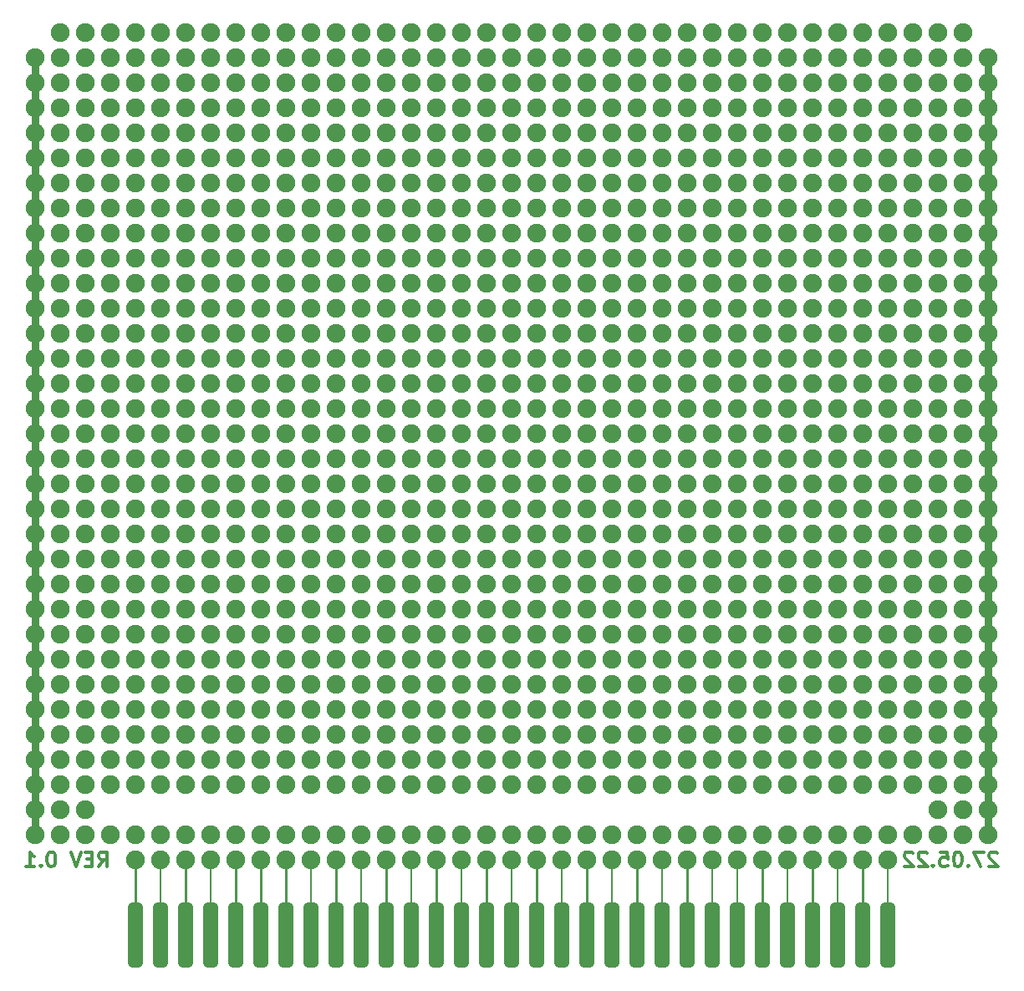
<source format=gbr>
%TF.GenerationSoftware,KiCad,Pcbnew,(6.0.2)*%
%TF.CreationDate,2022-06-29T22:10:34+03:00*%
%TF.ProjectId,zx-bus_board,7a782d62-7573-45f6-926f-6172642e6b69,rev?*%
%TF.SameCoordinates,Original*%
%TF.FileFunction,Copper,L2,Bot*%
%TF.FilePolarity,Positive*%
%FSLAX46Y46*%
G04 Gerber Fmt 4.6, Leading zero omitted, Abs format (unit mm)*
G04 Created by KiCad (PCBNEW (6.0.2)) date 2022-06-29 22:10:34*
%MOMM*%
%LPD*%
G01*
G04 APERTURE LIST*
G04 Aperture macros list*
%AMRoundRect*
0 Rectangle with rounded corners*
0 $1 Rounding radius*
0 $2 $3 $4 $5 $6 $7 $8 $9 X,Y pos of 4 corners*
0 Add a 4 corners polygon primitive as box body*
4,1,4,$2,$3,$4,$5,$6,$7,$8,$9,$2,$3,0*
0 Add four circle primitives for the rounded corners*
1,1,$1+$1,$2,$3*
1,1,$1+$1,$4,$5*
1,1,$1+$1,$6,$7*
1,1,$1+$1,$8,$9*
0 Add four rect primitives between the rounded corners*
20,1,$1+$1,$2,$3,$4,$5,0*
20,1,$1+$1,$4,$5,$6,$7,0*
20,1,$1+$1,$6,$7,$8,$9,0*
20,1,$1+$1,$8,$9,$2,$3,0*%
G04 Aperture macros list end*
%ADD10C,0.300000*%
%TA.AperFunction,NonConductor*%
%ADD11C,0.300000*%
%TD*%
%TA.AperFunction,ComponentPad*%
%ADD12C,1.900000*%
%TD*%
%TA.AperFunction,SMDPad,CuDef*%
%ADD13RoundRect,0.381000X-0.381000X-2.881000X0.381000X-2.881000X0.381000X2.881000X-0.381000X2.881000X0*%
%TD*%
%TA.AperFunction,ComponentPad*%
%ADD14C,1.524000*%
%TD*%
%TA.AperFunction,Conductor*%
%ADD15C,0.750000*%
%TD*%
%TA.AperFunction,Conductor*%
%ADD16C,0.200000*%
%TD*%
%TA.AperFunction,Conductor*%
%ADD17C,0.250000*%
%TD*%
G04 APERTURE END LIST*
D10*
D11*
X254904285Y-100921428D02*
X254832857Y-100850000D01*
X254690000Y-100778571D01*
X254332857Y-100778571D01*
X254190000Y-100850000D01*
X254118571Y-100921428D01*
X254047142Y-101064285D01*
X254047142Y-101207142D01*
X254118571Y-101421428D01*
X254975714Y-102278571D01*
X254047142Y-102278571D01*
X253547142Y-100778571D02*
X252547142Y-100778571D01*
X253190000Y-102278571D01*
X251975714Y-102135714D02*
X251904285Y-102207142D01*
X251975714Y-102278571D01*
X252047142Y-102207142D01*
X251975714Y-102135714D01*
X251975714Y-102278571D01*
X250975714Y-100778571D02*
X250832857Y-100778571D01*
X250690000Y-100850000D01*
X250618571Y-100921428D01*
X250547142Y-101064285D01*
X250475714Y-101350000D01*
X250475714Y-101707142D01*
X250547142Y-101992857D01*
X250618571Y-102135714D01*
X250690000Y-102207142D01*
X250832857Y-102278571D01*
X250975714Y-102278571D01*
X251118571Y-102207142D01*
X251190000Y-102135714D01*
X251261428Y-101992857D01*
X251332857Y-101707142D01*
X251332857Y-101350000D01*
X251261428Y-101064285D01*
X251190000Y-100921428D01*
X251118571Y-100850000D01*
X250975714Y-100778571D01*
X249118571Y-100778571D02*
X249832857Y-100778571D01*
X249904285Y-101492857D01*
X249832857Y-101421428D01*
X249690000Y-101350000D01*
X249332857Y-101350000D01*
X249190000Y-101421428D01*
X249118571Y-101492857D01*
X249047142Y-101635714D01*
X249047142Y-101992857D01*
X249118571Y-102135714D01*
X249190000Y-102207142D01*
X249332857Y-102278571D01*
X249690000Y-102278571D01*
X249832857Y-102207142D01*
X249904285Y-102135714D01*
X248404285Y-102135714D02*
X248332857Y-102207142D01*
X248404285Y-102278571D01*
X248475714Y-102207142D01*
X248404285Y-102135714D01*
X248404285Y-102278571D01*
X247761428Y-100921428D02*
X247690000Y-100850000D01*
X247547142Y-100778571D01*
X247190000Y-100778571D01*
X247047142Y-100850000D01*
X246975714Y-100921428D01*
X246904285Y-101064285D01*
X246904285Y-101207142D01*
X246975714Y-101421428D01*
X247832857Y-102278571D01*
X246904285Y-102278571D01*
X246332857Y-100921428D02*
X246261428Y-100850000D01*
X246118571Y-100778571D01*
X245761428Y-100778571D01*
X245618571Y-100850000D01*
X245547142Y-100921428D01*
X245475714Y-101064285D01*
X245475714Y-101207142D01*
X245547142Y-101421428D01*
X246404285Y-102278571D01*
X245475714Y-102278571D01*
D10*
D11*
X163869285Y-102278571D02*
X164369285Y-101564285D01*
X164726428Y-102278571D02*
X164726428Y-100778571D01*
X164155000Y-100778571D01*
X164012142Y-100850000D01*
X163940714Y-100921428D01*
X163869285Y-101064285D01*
X163869285Y-101278571D01*
X163940714Y-101421428D01*
X164012142Y-101492857D01*
X164155000Y-101564285D01*
X164726428Y-101564285D01*
X163226428Y-101492857D02*
X162726428Y-101492857D01*
X162512142Y-102278571D02*
X163226428Y-102278571D01*
X163226428Y-100778571D01*
X162512142Y-100778571D01*
X162083571Y-100778571D02*
X161583571Y-102278571D01*
X161083571Y-100778571D01*
X159155000Y-100778571D02*
X159012142Y-100778571D01*
X158869285Y-100850000D01*
X158797857Y-100921428D01*
X158726428Y-101064285D01*
X158655000Y-101350000D01*
X158655000Y-101707142D01*
X158726428Y-101992857D01*
X158797857Y-102135714D01*
X158869285Y-102207142D01*
X159012142Y-102278571D01*
X159155000Y-102278571D01*
X159297857Y-102207142D01*
X159369285Y-102135714D01*
X159440714Y-101992857D01*
X159512142Y-101707142D01*
X159512142Y-101350000D01*
X159440714Y-101064285D01*
X159369285Y-100921428D01*
X159297857Y-100850000D01*
X159155000Y-100778571D01*
X158012142Y-102135714D02*
X157940714Y-102207142D01*
X158012142Y-102278571D01*
X158083571Y-102207142D01*
X158012142Y-102135714D01*
X158012142Y-102278571D01*
X156512142Y-102278571D02*
X157369285Y-102278571D01*
X156940714Y-102278571D02*
X156940714Y-100778571D01*
X157083571Y-100992857D01*
X157226428Y-101135714D01*
X157369285Y-101207142D01*
D12*
%TO.P,REF\u002A\u002A,*%
%TO.N,*%
X157480000Y-99060000D03*
%TD*%
%TO.P,REF\u002A\u002A,*%
%TO.N,*%
X157480000Y-96520000D03*
%TD*%
%TO.P,REF\u002A\u002A,*%
%TO.N,*%
X157480000Y-93980000D03*
%TD*%
%TO.P,REF\u002A\u002A,*%
%TO.N,*%
X157480000Y-55880000D03*
%TD*%
%TO.P,REF\u002A\u002A,*%
%TO.N,*%
X157480000Y-73660000D03*
%TD*%
%TO.P,REF\u002A\u002A,*%
%TO.N,*%
X157480000Y-58420000D03*
%TD*%
%TO.P,REF\u002A\u002A,*%
%TO.N,*%
X157480000Y-53340000D03*
%TD*%
%TO.P,REF\u002A\u002A,*%
%TO.N,*%
X157480000Y-33020000D03*
%TD*%
%TO.P,REF\u002A\u002A,*%
%TO.N,*%
X157480000Y-50800000D03*
%TD*%
%TO.P,REF\u002A\u002A,*%
%TO.N,*%
X157480000Y-63500000D03*
%TD*%
%TO.P,REF\u002A\u002A,*%
%TO.N,*%
X157480000Y-91440000D03*
%TD*%
%TO.P,REF\u002A\u002A,*%
%TO.N,*%
X157480000Y-40640000D03*
%TD*%
%TO.P,REF\u002A\u002A,*%
%TO.N,*%
X157480000Y-60960000D03*
%TD*%
%TO.P,REF\u002A\u002A,*%
%TO.N,*%
X157480000Y-78740000D03*
%TD*%
%TO.P,REF\u002A\u002A,*%
%TO.N,*%
X157480000Y-20320000D03*
%TD*%
%TO.P,REF\u002A\u002A,*%
%TO.N,*%
X157480000Y-76200000D03*
%TD*%
%TO.P,REF\u002A\u002A,*%
%TO.N,*%
X157480000Y-43180000D03*
%TD*%
%TO.P,REF\u002A\u002A,*%
%TO.N,*%
X157480000Y-68580000D03*
%TD*%
%TO.P,REF\u002A\u002A,*%
%TO.N,*%
X157480000Y-48260000D03*
%TD*%
%TO.P,REF\u002A\u002A,*%
%TO.N,*%
X157480000Y-22860000D03*
%TD*%
%TO.P,REF\u002A\u002A,*%
%TO.N,*%
X157480000Y-66040000D03*
%TD*%
%TO.P,REF\u002A\u002A,*%
%TO.N,*%
X157480000Y-81280000D03*
%TD*%
%TO.P,REF\u002A\u002A,*%
%TO.N,*%
X157480000Y-35560000D03*
%TD*%
%TO.P,REF\u002A\u002A,*%
%TO.N,*%
X157480000Y-88900000D03*
%TD*%
%TO.P,REF\u002A\u002A,*%
%TO.N,*%
X157480000Y-27940000D03*
%TD*%
%TO.P,REF\u002A\u002A,*%
%TO.N,*%
X157480000Y-30480000D03*
%TD*%
%TO.P,REF\u002A\u002A,*%
%TO.N,*%
X157480000Y-25400000D03*
%TD*%
%TO.P,REF\u002A\u002A,*%
%TO.N,*%
X157480000Y-38100000D03*
%TD*%
%TO.P,REF\u002A\u002A,*%
%TO.N,*%
X157480000Y-45720000D03*
%TD*%
%TO.P,REF\u002A\u002A,*%
%TO.N,*%
X157480000Y-86360000D03*
%TD*%
%TO.P,REF\u002A\u002A,*%
%TO.N,*%
X157480000Y-83820000D03*
%TD*%
%TO.P,REF\u002A\u002A,*%
%TO.N,*%
X157480000Y-71120000D03*
%TD*%
%TO.P,REF\u002A\u002A,*%
%TO.N,*%
X251460000Y-96520000D03*
%TD*%
%TO.P,REF\u002A\u002A,*%
%TO.N,*%
X251460000Y-99060000D03*
%TD*%
%TO.P,REF\u002A\u002A,*%
%TO.N,*%
X177800000Y-101600000D03*
%TD*%
%TO.P,,*%
%TO.N,*%
X243840000Y-101600000D03*
%TD*%
%TO.P,REF\u002A\u002A,*%
%TO.N,*%
X241300000Y-99060000D03*
%TD*%
%TO.P,REF\u002A\u002A,*%
%TO.N,*%
X243840000Y-101600000D03*
%TD*%
%TO.P,,*%
%TO.N,*%
X246380000Y-99060000D03*
%TD*%
%TO.P,,*%
%TO.N,*%
X236220000Y-99060000D03*
%TD*%
%TO.P,REF\u002A\u002A,*%
%TO.N,*%
X236220000Y-99060000D03*
%TD*%
%TO.P,,*%
%TO.N,*%
X241300000Y-99060000D03*
%TD*%
%TO.P,,*%
%TO.N,*%
X223520000Y-101600000D03*
%TD*%
%TO.P,,*%
%TO.N,*%
X228600000Y-101600000D03*
%TD*%
%TO.P,,*%
%TO.N,*%
X238760000Y-101600000D03*
%TD*%
%TO.P,REF\u002A\u002A,*%
%TO.N,*%
X231140000Y-99060000D03*
%TD*%
%TO.P,REF\u002A\u002A,*%
%TO.N,*%
X233680000Y-101600000D03*
%TD*%
%TO.P,,*%
%TO.N,*%
X233680000Y-101600000D03*
%TD*%
%TO.P,,*%
%TO.N,*%
X238760000Y-101600000D03*
%TD*%
%TO.P,,*%
%TO.N,*%
X238760000Y-101600000D03*
%TD*%
%TO.P,,*%
%TO.N,*%
X228600000Y-101600000D03*
%TD*%
%TO.P,REF\u002A\u002A,*%
%TO.N,*%
X220980000Y-99060000D03*
%TD*%
%TO.P,REF\u002A\u002A,*%
%TO.N,*%
X223520000Y-101600000D03*
%TD*%
%TO.P,,*%
%TO.N,*%
X228600000Y-101600000D03*
%TD*%
%TO.P,,*%
%TO.N,*%
X231140000Y-99060000D03*
%TD*%
%TO.P,REF\u002A\u002A,*%
%TO.N,*%
X228600000Y-101600000D03*
%TD*%
%TO.P,REF\u002A\u002A,*%
%TO.N,*%
X238760000Y-101600000D03*
%TD*%
%TO.P,REF\u002A\u002A,*%
%TO.N,*%
X226060000Y-99060000D03*
%TD*%
%TO.P,REF\u002A\u002A,*%
%TO.N,*%
X246380000Y-99060000D03*
%TD*%
%TO.P,,*%
%TO.N,*%
X220980000Y-99060000D03*
%TD*%
%TO.P,,*%
%TO.N,*%
X226060000Y-99060000D03*
%TD*%
%TO.P,,*%
%TO.N,*%
X218440000Y-101600000D03*
%TD*%
%TO.P,REF\u002A\u002A,*%
%TO.N,*%
X210820000Y-99060000D03*
%TD*%
%TO.P,REF\u002A\u002A,*%
%TO.N,*%
X215900000Y-99060000D03*
%TD*%
%TO.P,REF\u002A\u002A,*%
%TO.N,*%
X213360000Y-101600000D03*
%TD*%
%TO.P,,*%
%TO.N,*%
X213360000Y-101600000D03*
%TD*%
%TO.P,,*%
%TO.N,*%
X210820000Y-99060000D03*
%TD*%
%TO.P,,*%
%TO.N,*%
X208280000Y-101600000D03*
%TD*%
%TO.P,,*%
%TO.N,*%
X215900000Y-99060000D03*
%TD*%
%TO.P,,*%
%TO.N,*%
X218440000Y-101600000D03*
%TD*%
%TO.P,,*%
%TO.N,*%
X208280000Y-101600000D03*
%TD*%
%TO.P,REF\u002A\u002A,*%
%TO.N,*%
X218440000Y-101600000D03*
%TD*%
%TO.P,,*%
%TO.N,*%
X208280000Y-101600000D03*
%TD*%
%TO.P,,*%
%TO.N,*%
X218440000Y-101600000D03*
%TD*%
%TO.P,REF\u002A\u002A,*%
%TO.N,*%
X208280000Y-101600000D03*
%TD*%
%TO.P,,*%
%TO.N,*%
X198120000Y-101600000D03*
%TD*%
%TO.P,REF\u002A\u002A,*%
%TO.N,*%
X205740000Y-99060000D03*
%TD*%
%TO.P,,*%
%TO.N,*%
X198120000Y-101600000D03*
%TD*%
%TO.P,REF\u002A\u002A,*%
%TO.N,*%
X200660000Y-99060000D03*
%TD*%
%TO.P,REF\u002A\u002A,*%
%TO.N,*%
X203200000Y-101600000D03*
%TD*%
%TO.P,,*%
%TO.N,*%
X198120000Y-101600000D03*
%TD*%
%TO.P,REF\u002A\u002A,*%
%TO.N,*%
X198120000Y-101600000D03*
%TD*%
%TO.P,,*%
%TO.N,*%
X200660000Y-99060000D03*
%TD*%
%TO.P,,*%
%TO.N,*%
X205740000Y-99060000D03*
%TD*%
%TO.P,,*%
%TO.N,*%
X203200000Y-101600000D03*
%TD*%
%TO.P,,*%
%TO.N,*%
X187960000Y-101600000D03*
%TD*%
%TO.P,REF\u002A\u002A,*%
%TO.N,*%
X195580000Y-99060000D03*
%TD*%
%TO.P,,*%
%TO.N,*%
X187960000Y-101600000D03*
%TD*%
%TO.P,REF\u002A\u002A,*%
%TO.N,*%
X190500000Y-99060000D03*
%TD*%
%TO.P,REF\u002A\u002A,*%
%TO.N,*%
X193040000Y-101600000D03*
%TD*%
%TO.P,,*%
%TO.N,*%
X187960000Y-101600000D03*
%TD*%
%TO.P,REF\u002A\u002A,*%
%TO.N,*%
X187960000Y-101600000D03*
%TD*%
%TO.P,,*%
%TO.N,*%
X190500000Y-99060000D03*
%TD*%
%TO.P,,*%
%TO.N,*%
X195580000Y-99060000D03*
%TD*%
%TO.P,,*%
%TO.N,*%
X193040000Y-101600000D03*
%TD*%
%TO.P,REF\u002A\u002A,*%
%TO.N,*%
X180340000Y-99060000D03*
%TD*%
%TO.P,REF\u002A\u002A,*%
%TO.N,*%
X182880000Y-101600000D03*
%TD*%
%TO.P,REF\u002A\u002A,*%
%TO.N,*%
X185420000Y-99060000D03*
%TD*%
%TO.P,,*%
%TO.N,*%
X185420000Y-99060000D03*
%TD*%
%TO.P,,*%
%TO.N,*%
X180340000Y-99060000D03*
%TD*%
%TO.P,,*%
%TO.N,*%
X182880000Y-101600000D03*
%TD*%
%TO.P,REF\u002A\u002A,*%
%TO.N,*%
X170180000Y-99060000D03*
%TD*%
%TO.P,REF\u002A\u002A,*%
%TO.N,*%
X172720000Y-101600000D03*
%TD*%
%TO.P,REF\u002A\u002A,*%
%TO.N,*%
X175260000Y-99060000D03*
%TD*%
%TO.P,,*%
%TO.N,*%
X175260000Y-99060000D03*
%TD*%
%TO.P,,*%
%TO.N,*%
X170180000Y-99060000D03*
%TD*%
%TO.P,,*%
%TO.N,*%
X172720000Y-101600000D03*
%TD*%
%TO.P,REF\u002A\u002A,*%
%TO.N,*%
X162560000Y-99060000D03*
%TD*%
%TO.P,REF\u002A\u002A,*%
%TO.N,*%
X162560000Y-96520000D03*
%TD*%
%TO.P,REF\u002A\u002A,*%
%TO.N,*%
X243840000Y-55880000D03*
%TD*%
%TO.P,REF\u002A\u002A,*%
%TO.N,*%
X243840000Y-30480000D03*
%TD*%
%TO.P,REF\u002A\u002A,*%
%TO.N,*%
X243840000Y-25400000D03*
%TD*%
%TO.P,REF\u002A\u002A,*%
%TO.N,*%
X243840000Y-38100000D03*
%TD*%
%TO.P,REF\u002A\u002A,*%
%TO.N,*%
X243840000Y-33020000D03*
%TD*%
%TO.P,REF\u002A\u002A,*%
%TO.N,*%
X251460000Y-53340000D03*
%TD*%
%TO.P,REF\u002A\u002A,*%
%TO.N,*%
X243840000Y-71120000D03*
%TD*%
%TO.P,REF\u002A\u002A,*%
%TO.N,*%
X243840000Y-53340000D03*
%TD*%
%TO.P,REF\u002A\u002A,*%
%TO.N,*%
X251460000Y-93980000D03*
%TD*%
%TO.P,REF\u002A\u002A,*%
%TO.N,*%
X248920000Y-33020000D03*
%TD*%
%TO.P,REF\u002A\u002A,*%
%TO.N,*%
X248920000Y-93980000D03*
%TD*%
%TO.P,REF\u002A\u002A,*%
%TO.N,*%
X248920000Y-38100000D03*
%TD*%
%TO.P,REF\u002A\u002A,*%
%TO.N,*%
X248920000Y-63500000D03*
%TD*%
%TO.P,REF\u002A\u002A,*%
%TO.N,*%
X243840000Y-22860000D03*
%TD*%
%TO.P,REF\u002A\u002A,*%
%TO.N,*%
X251460000Y-71120000D03*
%TD*%
%TO.P,REF\u002A\u002A,*%
%TO.N,*%
X243840000Y-86360000D03*
%TD*%
%TO.P,REF\u002A\u002A,*%
%TO.N,*%
X248920000Y-55880000D03*
%TD*%
%TO.P,REF\u002A\u002A,*%
%TO.N,*%
X248920000Y-60960000D03*
%TD*%
%TO.P,REF\u002A\u002A,*%
%TO.N,*%
X251460000Y-55880000D03*
%TD*%
%TO.P,REF\u002A\u002A,*%
%TO.N,*%
X251460000Y-50800000D03*
%TD*%
%TO.P,REF\u002A\u002A,*%
%TO.N,*%
X243840000Y-20320000D03*
%TD*%
%TO.P,REF\u002A\u002A,*%
%TO.N,*%
X243840000Y-63500000D03*
%TD*%
%TO.P,REF\u002A\u002A,*%
%TO.N,*%
X243840000Y-35560000D03*
%TD*%
%TO.P,REF\u002A\u002A,*%
%TO.N,*%
X243840000Y-50800000D03*
%TD*%
%TO.P,REF\u002A\u002A,*%
%TO.N,*%
X243840000Y-76200000D03*
%TD*%
%TO.P,REF\u002A\u002A,*%
%TO.N,*%
X243840000Y-93980000D03*
%TD*%
%TO.P,REF\u002A\u002A,*%
%TO.N,*%
X251460000Y-30480000D03*
%TD*%
%TO.P,REF\u002A\u002A,*%
%TO.N,*%
X243840000Y-60960000D03*
%TD*%
%TO.P,REF\u002A\u002A,*%
%TO.N,*%
X248920000Y-30480000D03*
%TD*%
%TO.P,REF\u002A\u002A,*%
%TO.N,*%
X248920000Y-76200000D03*
%TD*%
%TO.P,REF\u002A\u002A,*%
%TO.N,*%
X248920000Y-71120000D03*
%TD*%
%TO.P,REF\u002A\u002A,*%
%TO.N,*%
X248920000Y-25400000D03*
%TD*%
%TO.P,REF\u002A\u002A,*%
%TO.N,*%
X251460000Y-48260000D03*
%TD*%
%TO.P,REF\u002A\u002A,*%
%TO.N,*%
X251460000Y-60960000D03*
%TD*%
%TO.P,REF\u002A\u002A,*%
%TO.N,*%
X251460000Y-88900000D03*
%TD*%
%TO.P,REF\u002A\u002A,*%
%TO.N,*%
X251460000Y-38100000D03*
%TD*%
%TO.P,REF\u002A\u002A,*%
%TO.N,*%
X251460000Y-58420000D03*
%TD*%
%TO.P,REF\u002A\u002A,*%
%TO.N,*%
X251460000Y-76200000D03*
%TD*%
%TO.P,REF\u002A\u002A,*%
%TO.N,*%
X248920000Y-20320000D03*
%TD*%
%TO.P,REF\u002A\u002A,*%
%TO.N,*%
X251460000Y-17780000D03*
%TD*%
%TO.P,REF\u002A\u002A,*%
%TO.N,*%
X248920000Y-53340000D03*
%TD*%
%TO.P,REF\u002A\u002A,*%
%TO.N,*%
X251460000Y-73660000D03*
%TD*%
%TO.P,REF\u002A\u002A,*%
%TO.N,*%
X251460000Y-40640000D03*
%TD*%
%TO.P,REF\u002A\u002A,*%
%TO.N,*%
X248920000Y-91440000D03*
%TD*%
%TO.P,REF\u002A\u002A,*%
%TO.N,*%
X251460000Y-66040000D03*
%TD*%
%TO.P,REF\u002A\u002A,*%
%TO.N,*%
X248920000Y-86360000D03*
%TD*%
%TO.P,REF\u002A\u002A,*%
%TO.N,*%
X251460000Y-91440000D03*
%TD*%
%TO.P,REF\u002A\u002A,*%
%TO.N,*%
X251460000Y-45720000D03*
%TD*%
%TO.P,REF\u002A\u002A,*%
%TO.N,*%
X248920000Y-17780000D03*
%TD*%
%TO.P,REF\u002A\u002A,*%
%TO.N,*%
X251460000Y-20320000D03*
%TD*%
%TO.P,REF\u002A\u002A,*%
%TO.N,*%
X251460000Y-63500000D03*
%TD*%
%TO.P,REF\u002A\u002A,*%
%TO.N,*%
X248920000Y-50800000D03*
%TD*%
%TO.P,REF\u002A\u002A,*%
%TO.N,*%
X251460000Y-78740000D03*
%TD*%
%TO.P,REF\u002A\u002A,*%
%TO.N,*%
X248920000Y-22860000D03*
%TD*%
%TO.P,REF\u002A\u002A,*%
%TO.N,*%
X248920000Y-68580000D03*
%TD*%
%TO.P,REF\u002A\u002A,*%
%TO.N,*%
X248920000Y-48260000D03*
%TD*%
%TO.P,REF\u002A\u002A,*%
%TO.N,*%
X248920000Y-45720000D03*
%TD*%
%TO.P,REF\u002A\u002A,*%
%TO.N,*%
X251460000Y-33020000D03*
%TD*%
%TO.P,REF\u002A\u002A,*%
%TO.N,*%
X251460000Y-86360000D03*
%TD*%
%TO.P,REF\u002A\u002A,*%
%TO.N,*%
X248920000Y-35560000D03*
%TD*%
%TO.P,REF\u002A\u002A,*%
%TO.N,*%
X251460000Y-25400000D03*
%TD*%
%TO.P,REF\u002A\u002A,*%
%TO.N,*%
X241300000Y-35560000D03*
%TD*%
%TO.P,REF\u002A\u002A,*%
%TO.N,*%
X241300000Y-68580000D03*
%TD*%
%TO.P,REF\u002A\u002A,*%
%TO.N,*%
X241300000Y-88900000D03*
%TD*%
%TO.P,REF\u002A\u002A,*%
%TO.N,*%
X241300000Y-43180000D03*
%TD*%
%TO.P,REF\u002A\u002A,*%
%TO.N,*%
X241300000Y-27940000D03*
%TD*%
%TO.P,REF\u002A\u002A,*%
%TO.N,*%
X241300000Y-20320000D03*
%TD*%
%TO.P,REF\u002A\u002A,*%
%TO.N,*%
X241300000Y-81280000D03*
%TD*%
%TO.P,REF\u002A\u002A,*%
%TO.N,*%
X241300000Y-83820000D03*
%TD*%
%TO.P,REF\u002A\u002A,*%
%TO.N,*%
X241300000Y-22860000D03*
%TD*%
%TO.P,REF\u002A\u002A,*%
%TO.N,*%
X251460000Y-27940000D03*
%TD*%
%TO.P,REF\u002A\u002A,*%
%TO.N,*%
X251460000Y-22860000D03*
%TD*%
%TO.P,REF\u002A\u002A,*%
%TO.N,*%
X248920000Y-78740000D03*
%TD*%
%TO.P,REF\u002A\u002A,*%
%TO.N,*%
X246380000Y-50800000D03*
%TD*%
%TO.P,REF\u002A\u002A,*%
%TO.N,*%
X246380000Y-53340000D03*
%TD*%
%TO.P,REF\u002A\u002A,*%
%TO.N,*%
X248920000Y-81280000D03*
%TD*%
%TO.P,REF\u002A\u002A,*%
%TO.N,*%
X251460000Y-35560000D03*
%TD*%
%TO.P,REF\u002A\u002A,*%
%TO.N,*%
X248920000Y-88900000D03*
%TD*%
%TO.P,REF\u002A\u002A,*%
%TO.N,*%
X246380000Y-76200000D03*
%TD*%
%TO.P,REF\u002A\u002A,*%
%TO.N,*%
X246380000Y-55880000D03*
%TD*%
%TO.P,REF\u002A\u002A,*%
%TO.N,*%
X246380000Y-30480000D03*
%TD*%
%TO.P,REF\u002A\u002A,*%
%TO.N,*%
X251460000Y-43180000D03*
%TD*%
%TO.P,REF\u002A\u002A,*%
%TO.N,*%
X246380000Y-48260000D03*
%TD*%
%TO.P,REF\u002A\u002A,*%
%TO.N,*%
X248920000Y-40640000D03*
%TD*%
%TO.P,REF\u002A\u002A,*%
%TO.N,*%
X246380000Y-63500000D03*
%TD*%
%TO.P,REF\u002A\u002A,*%
%TO.N,*%
X246380000Y-86360000D03*
%TD*%
%TO.P,REF\u002A\u002A,*%
%TO.N,*%
X246380000Y-71120000D03*
%TD*%
%TO.P,REF\u002A\u002A,*%
%TO.N,*%
X246380000Y-78740000D03*
%TD*%
%TO.P,REF\u002A\u002A,*%
%TO.N,*%
X248920000Y-43180000D03*
%TD*%
%TO.P,REF\u002A\u002A,*%
%TO.N,*%
X243840000Y-91440000D03*
%TD*%
%TO.P,REF\u002A\u002A,*%
%TO.N,*%
X248920000Y-83820000D03*
%TD*%
%TO.P,REF\u002A\u002A,*%
%TO.N,*%
X251460000Y-83820000D03*
%TD*%
%TO.P,REF\u002A\u002A,*%
%TO.N,*%
X251460000Y-81280000D03*
%TD*%
%TO.P,REF\u002A\u002A,*%
%TO.N,*%
X246380000Y-93980000D03*
%TD*%
%TO.P,REF\u002A\u002A,*%
%TO.N,*%
X248920000Y-27940000D03*
%TD*%
%TO.P,REF\u002A\u002A,*%
%TO.N,*%
X246380000Y-40640000D03*
%TD*%
%TO.P,REF\u002A\u002A,*%
%TO.N,*%
X246380000Y-88900000D03*
%TD*%
%TO.P,REF\u002A\u002A,*%
%TO.N,*%
X246380000Y-33020000D03*
%TD*%
%TO.P,REF\u002A\u002A,*%
%TO.N,*%
X246380000Y-35560000D03*
%TD*%
%TO.P,REF\u002A\u002A,*%
%TO.N,*%
X246380000Y-45720000D03*
%TD*%
%TO.P,REF\u002A\u002A,*%
%TO.N,*%
X246380000Y-17780000D03*
%TD*%
%TO.P,REF\u002A\u002A,*%
%TO.N,*%
X246380000Y-60960000D03*
%TD*%
%TO.P,REF\u002A\u002A,*%
%TO.N,*%
X246380000Y-38100000D03*
%TD*%
%TO.P,REF\u002A\u002A,*%
%TO.N,*%
X246380000Y-73660000D03*
%TD*%
%TO.P,REF\u002A\u002A,*%
%TO.N,*%
X246380000Y-68580000D03*
%TD*%
%TO.P,REF\u002A\u002A,*%
%TO.N,*%
X248920000Y-58420000D03*
%TD*%
%TO.P,REF\u002A\u002A,*%
%TO.N,*%
X243840000Y-88900000D03*
%TD*%
%TO.P,REF\u002A\u002A,*%
%TO.N,*%
X243840000Y-81280000D03*
%TD*%
%TO.P,REF\u002A\u002A,*%
%TO.N,*%
X243840000Y-17780000D03*
%TD*%
%TO.P,REF\u002A\u002A,*%
%TO.N,*%
X246380000Y-58420000D03*
%TD*%
%TO.P,REF\u002A\u002A,*%
%TO.N,*%
X246380000Y-43180000D03*
%TD*%
%TO.P,REF\u002A\u002A,*%
%TO.N,*%
X243840000Y-48260000D03*
%TD*%
%TO.P,REF\u002A\u002A,*%
%TO.N,*%
X246380000Y-27940000D03*
%TD*%
%TO.P,REF\u002A\u002A,*%
%TO.N,*%
X246380000Y-22860000D03*
%TD*%
%TO.P,REF\u002A\u002A,*%
%TO.N,*%
X246380000Y-66040000D03*
%TD*%
%TO.P,REF\u002A\u002A,*%
%TO.N,*%
X243840000Y-73660000D03*
%TD*%
%TO.P,REF\u002A\u002A,*%
%TO.N,*%
X248920000Y-73660000D03*
%TD*%
%TO.P,REF\u002A\u002A,*%
%TO.N,*%
X246380000Y-81280000D03*
%TD*%
%TO.P,REF\u002A\u002A,*%
%TO.N,*%
X243840000Y-40640000D03*
%TD*%
%TO.P,REF\u002A\u002A,*%
%TO.N,*%
X246380000Y-91440000D03*
%TD*%
%TO.P,REF\u002A\u002A,*%
%TO.N,*%
X243840000Y-27940000D03*
%TD*%
%TO.P,REF\u002A\u002A,*%
%TO.N,*%
X243840000Y-68580000D03*
%TD*%
%TO.P,REF\u002A\u002A,*%
%TO.N,*%
X246380000Y-25400000D03*
%TD*%
%TO.P,REF\u002A\u002A,*%
%TO.N,*%
X243840000Y-45720000D03*
%TD*%
%TO.P,REF\u002A\u002A,*%
%TO.N,*%
X246380000Y-83820000D03*
%TD*%
%TO.P,REF\u002A\u002A,*%
%TO.N,*%
X243840000Y-66040000D03*
%TD*%
%TO.P,REF\u002A\u002A,*%
%TO.N,*%
X246380000Y-20320000D03*
%TD*%
%TO.P,REF\u002A\u002A,*%
%TO.N,*%
X243840000Y-78740000D03*
%TD*%
%TO.P,REF\u002A\u002A,*%
%TO.N,*%
X241300000Y-53340000D03*
%TD*%
%TO.P,REF\u002A\u002A,*%
%TO.N,*%
X243840000Y-83820000D03*
%TD*%
%TO.P,REF\u002A\u002A,*%
%TO.N,*%
X243840000Y-43180000D03*
%TD*%
%TO.P,REF\u002A\u002A,*%
%TO.N,*%
X241300000Y-50800000D03*
%TD*%
%TO.P,REF\u002A\u002A,*%
%TO.N,*%
X243840000Y-58420000D03*
%TD*%
%TO.P,REF\u002A\u002A,*%
%TO.N,*%
X241300000Y-55880000D03*
%TD*%
%TO.P,REF\u002A\u002A,*%
%TO.N,*%
X241300000Y-93980000D03*
%TD*%
%TO.P,REF\u002A\u002A,*%
%TO.N,*%
X241300000Y-63500000D03*
%TD*%
%TO.P,REF\u002A\u002A,*%
%TO.N,*%
X241300000Y-40640000D03*
%TD*%
%TO.P,REF\u002A\u002A,*%
%TO.N,*%
X241300000Y-33020000D03*
%TD*%
%TO.P,REF\u002A\u002A,*%
%TO.N,*%
X241300000Y-17780000D03*
%TD*%
%TO.P,REF\u002A\u002A,*%
%TO.N,*%
X241300000Y-38100000D03*
%TD*%
%TO.P,REF\u002A\u002A,*%
%TO.N,*%
X241300000Y-71120000D03*
%TD*%
%TO.P,REF\u002A\u002A,*%
%TO.N,*%
X241300000Y-91440000D03*
%TD*%
%TO.P,REF\u002A\u002A,*%
%TO.N,*%
X241300000Y-30480000D03*
%TD*%
%TO.P,REF\u002A\u002A,*%
%TO.N,*%
X241300000Y-78740000D03*
%TD*%
%TO.P,REF\u002A\u002A,*%
%TO.N,*%
X241300000Y-66040000D03*
%TD*%
%TO.P,REF\u002A\u002A,*%
%TO.N,*%
X241300000Y-73660000D03*
%TD*%
%TO.P,REF\u002A\u002A,*%
%TO.N,*%
X241300000Y-25400000D03*
%TD*%
%TO.P,REF\u002A\u002A,*%
%TO.N,*%
X241300000Y-45720000D03*
%TD*%
%TO.P,REF\u002A\u002A,*%
%TO.N,*%
X241300000Y-76200000D03*
%TD*%
%TO.P,REF\u002A\u002A,*%
%TO.N,*%
X241300000Y-60960000D03*
%TD*%
%TO.P,REF\u002A\u002A,*%
%TO.N,*%
X241300000Y-58420000D03*
%TD*%
%TO.P,REF\u002A\u002A,*%
%TO.N,*%
X241300000Y-48260000D03*
%TD*%
%TO.P,REF\u002A\u002A,*%
%TO.N,*%
X241300000Y-86360000D03*
%TD*%
%TO.P,REF\u002A\u002A,*%
%TO.N,*%
X251460000Y-68580000D03*
%TD*%
%TO.P,REF\u002A\u002A,*%
%TO.N,*%
X248920000Y-66040000D03*
%TD*%
%TO.P,REF\u002A\u002A,*%
%TO.N,*%
X210820000Y-71120000D03*
%TD*%
%TO.P,REF\u002A\u002A,*%
%TO.N,*%
X220980000Y-83820000D03*
%TD*%
%TO.P,REF\u002A\u002A,*%
%TO.N,*%
X210820000Y-53340000D03*
%TD*%
%TO.P,REF\u002A\u002A,*%
%TO.N,*%
X210820000Y-55880000D03*
%TD*%
%TO.P,REF\u002A\u002A,*%
%TO.N,*%
X210820000Y-60960000D03*
%TD*%
%TO.P,REF\u002A\u002A,*%
%TO.N,*%
X210820000Y-76200000D03*
%TD*%
%TO.P,REF\u002A\u002A,*%
%TO.N,*%
X210820000Y-38100000D03*
%TD*%
%TO.P,REF\u002A\u002A,*%
%TO.N,*%
X210820000Y-93980000D03*
%TD*%
%TO.P,REF\u002A\u002A,*%
%TO.N,*%
X210820000Y-63500000D03*
%TD*%
%TO.P,REF\u002A\u002A,*%
%TO.N,*%
X210820000Y-33020000D03*
%TD*%
%TO.P,REF\u002A\u002A,*%
%TO.N,*%
X215900000Y-33020000D03*
%TD*%
%TO.P,REF\u002A\u002A,*%
%TO.N,*%
X218440000Y-93980000D03*
%TD*%
%TO.P,REF\u002A\u002A,*%
%TO.N,*%
X210820000Y-50800000D03*
%TD*%
%TO.P,REF\u002A\u002A,*%
%TO.N,*%
X210820000Y-30480000D03*
%TD*%
%TO.P,REF\u002A\u002A,*%
%TO.N,*%
X210820000Y-25400000D03*
%TD*%
%TO.P,REF\u002A\u002A,*%
%TO.N,*%
X210820000Y-20320000D03*
%TD*%
%TO.P,REF\u002A\u002A,*%
%TO.N,*%
X218440000Y-55880000D03*
%TD*%
%TO.P,REF\u002A\u002A,*%
%TO.N,*%
X210820000Y-86360000D03*
%TD*%
%TO.P,REF\u002A\u002A,*%
%TO.N,*%
X218440000Y-53340000D03*
%TD*%
%TO.P,REF\u002A\u002A,*%
%TO.N,*%
X215900000Y-38100000D03*
%TD*%
%TO.P,REF\u002A\u002A,*%
%TO.N,*%
X215900000Y-55880000D03*
%TD*%
%TO.P,REF\u002A\u002A,*%
%TO.N,*%
X215900000Y-25400000D03*
%TD*%
%TO.P,REF\u002A\u002A,*%
%TO.N,*%
X215900000Y-60960000D03*
%TD*%
%TO.P,REF\u002A\u002A,*%
%TO.N,*%
X215900000Y-30480000D03*
%TD*%
%TO.P,REF\u002A\u002A,*%
%TO.N,*%
X218440000Y-50800000D03*
%TD*%
%TO.P,REF\u002A\u002A,*%
%TO.N,*%
X215900000Y-76200000D03*
%TD*%
%TO.P,REF\u002A\u002A,*%
%TO.N,*%
X215900000Y-71120000D03*
%TD*%
%TO.P,REF\u002A\u002A,*%
%TO.N,*%
X215900000Y-93980000D03*
%TD*%
%TO.P,REF\u002A\u002A,*%
%TO.N,*%
X210820000Y-35560000D03*
%TD*%
%TO.P,REF\u002A\u002A,*%
%TO.N,*%
X215900000Y-53340000D03*
%TD*%
%TO.P,REF\u002A\u002A,*%
%TO.N,*%
X210820000Y-22860000D03*
%TD*%
%TO.P,REF\u002A\u002A,*%
%TO.N,*%
X215900000Y-22860000D03*
%TD*%
%TO.P,REF\u002A\u002A,*%
%TO.N,*%
X218440000Y-71120000D03*
%TD*%
%TO.P,REF\u002A\u002A,*%
%TO.N,*%
X218440000Y-48260000D03*
%TD*%
%TO.P,REF\u002A\u002A,*%
%TO.N,*%
X218440000Y-30480000D03*
%TD*%
%TO.P,REF\u002A\u002A,*%
%TO.N,*%
X218440000Y-60960000D03*
%TD*%
%TO.P,REF\u002A\u002A,*%
%TO.N,*%
X218440000Y-66040000D03*
%TD*%
%TO.P,REF\u002A\u002A,*%
%TO.N,*%
X215900000Y-63500000D03*
%TD*%
%TO.P,REF\u002A\u002A,*%
%TO.N,*%
X218440000Y-73660000D03*
%TD*%
%TO.P,REF\u002A\u002A,*%
%TO.N,*%
X218440000Y-38100000D03*
%TD*%
%TO.P,REF\u002A\u002A,*%
%TO.N,*%
X218440000Y-86360000D03*
%TD*%
%TO.P,REF\u002A\u002A,*%
%TO.N,*%
X218440000Y-91440000D03*
%TD*%
%TO.P,REF\u002A\u002A,*%
%TO.N,*%
X218440000Y-40640000D03*
%TD*%
%TO.P,REF\u002A\u002A,*%
%TO.N,*%
X218440000Y-63500000D03*
%TD*%
%TO.P,REF\u002A\u002A,*%
%TO.N,*%
X218440000Y-76200000D03*
%TD*%
%TO.P,REF\u002A\u002A,*%
%TO.N,*%
X215900000Y-86360000D03*
%TD*%
%TO.P,REF\u002A\u002A,*%
%TO.N,*%
X215900000Y-35560000D03*
%TD*%
%TO.P,REF\u002A\u002A,*%
%TO.N,*%
X218440000Y-25400000D03*
%TD*%
%TO.P,REF\u002A\u002A,*%
%TO.N,*%
X215900000Y-20320000D03*
%TD*%
%TO.P,REF\u002A\u002A,*%
%TO.N,*%
X218440000Y-58420000D03*
%TD*%
%TO.P,REF\u002A\u002A,*%
%TO.N,*%
X215900000Y-68580000D03*
%TD*%
%TO.P,REF\u002A\u002A,*%
%TO.N,*%
X218440000Y-78740000D03*
%TD*%
%TO.P,REF\u002A\u002A,*%
%TO.N,*%
X215900000Y-17780000D03*
%TD*%
%TO.P,REF\u002A\u002A,*%
%TO.N,*%
X215900000Y-91440000D03*
%TD*%
%TO.P,REF\u002A\u002A,*%
%TO.N,*%
X218440000Y-45720000D03*
%TD*%
%TO.P,REF\u002A\u002A,*%
%TO.N,*%
X215900000Y-50800000D03*
%TD*%
%TO.P,REF\u002A\u002A,*%
%TO.N,*%
X218440000Y-33020000D03*
%TD*%
%TO.P,REF\u002A\u002A,*%
%TO.N,*%
X218440000Y-17780000D03*
%TD*%
%TO.P,REF\u002A\u002A,*%
%TO.N,*%
X218440000Y-88900000D03*
%TD*%
%TO.P,REF\u002A\u002A,*%
%TO.N,*%
X215900000Y-45720000D03*
%TD*%
%TO.P,REF\u002A\u002A,*%
%TO.N,*%
X215900000Y-48260000D03*
%TD*%
%TO.P,REF\u002A\u002A,*%
%TO.N,*%
X218440000Y-20320000D03*
%TD*%
%TO.P,REF\u002A\u002A,*%
%TO.N,*%
X215900000Y-66040000D03*
%TD*%
%TO.P,REF\u002A\u002A,*%
%TO.N,*%
X218440000Y-68580000D03*
%TD*%
%TO.P,REF\u002A\u002A,*%
%TO.N,*%
X218440000Y-83820000D03*
%TD*%
%TO.P,REF\u002A\u002A,*%
%TO.N,*%
X218440000Y-27940000D03*
%TD*%
%TO.P,REF\u002A\u002A,*%
%TO.N,*%
X218440000Y-22860000D03*
%TD*%
%TO.P,REF\u002A\u002A,*%
%TO.N,*%
X218440000Y-81280000D03*
%TD*%
%TO.P,REF\u002A\u002A,*%
%TO.N,*%
X215900000Y-78740000D03*
%TD*%
%TO.P,REF\u002A\u002A,*%
%TO.N,*%
X218440000Y-43180000D03*
%TD*%
%TO.P,REF\u002A\u002A,*%
%TO.N,*%
X213360000Y-53340000D03*
%TD*%
%TO.P,REF\u002A\u002A,*%
%TO.N,*%
X215900000Y-81280000D03*
%TD*%
%TO.P,REF\u002A\u002A,*%
%TO.N,*%
X218440000Y-35560000D03*
%TD*%
%TO.P,REF\u002A\u002A,*%
%TO.N,*%
X213360000Y-40640000D03*
%TD*%
%TO.P,REF\u002A\u002A,*%
%TO.N,*%
X213360000Y-50800000D03*
%TD*%
%TO.P,REF\u002A\u002A,*%
%TO.N,*%
X215900000Y-88900000D03*
%TD*%
%TO.P,REF\u002A\u002A,*%
%TO.N,*%
X213360000Y-30480000D03*
%TD*%
%TO.P,REF\u002A\u002A,*%
%TO.N,*%
X213360000Y-93980000D03*
%TD*%
%TO.P,REF\u002A\u002A,*%
%TO.N,*%
X213360000Y-38100000D03*
%TD*%
%TO.P,REF\u002A\u002A,*%
%TO.N,*%
X215900000Y-43180000D03*
%TD*%
%TO.P,REF\u002A\u002A,*%
%TO.N,*%
X213360000Y-33020000D03*
%TD*%
%TO.P,REF\u002A\u002A,*%
%TO.N,*%
X213360000Y-60960000D03*
%TD*%
%TO.P,REF\u002A\u002A,*%
%TO.N,*%
X213360000Y-71120000D03*
%TD*%
%TO.P,REF\u002A\u002A,*%
%TO.N,*%
X213360000Y-17780000D03*
%TD*%
%TO.P,REF\u002A\u002A,*%
%TO.N,*%
X213360000Y-48260000D03*
%TD*%
%TO.P,REF\u002A\u002A,*%
%TO.N,*%
X213360000Y-63500000D03*
%TD*%
%TO.P,REF\u002A\u002A,*%
%TO.N,*%
X213360000Y-76200000D03*
%TD*%
%TO.P,REF\u002A\u002A,*%
%TO.N,*%
X213360000Y-55880000D03*
%TD*%
%TO.P,REF\u002A\u002A,*%
%TO.N,*%
X215900000Y-27940000D03*
%TD*%
%TO.P,REF\u002A\u002A,*%
%TO.N,*%
X213360000Y-45720000D03*
%TD*%
%TO.P,REF\u002A\u002A,*%
%TO.N,*%
X213360000Y-35560000D03*
%TD*%
%TO.P,REF\u002A\u002A,*%
%TO.N,*%
X213360000Y-86360000D03*
%TD*%
%TO.P,REF\u002A\u002A,*%
%TO.N,*%
X213360000Y-66040000D03*
%TD*%
%TO.P,REF\u002A\u002A,*%
%TO.N,*%
X215900000Y-40640000D03*
%TD*%
%TO.P,REF\u002A\u002A,*%
%TO.N,*%
X215900000Y-73660000D03*
%TD*%
%TO.P,REF\u002A\u002A,*%
%TO.N,*%
X215900000Y-83820000D03*
%TD*%
%TO.P,REF\u002A\u002A,*%
%TO.N,*%
X213360000Y-78740000D03*
%TD*%
%TO.P,REF\u002A\u002A,*%
%TO.N,*%
X213360000Y-91440000D03*
%TD*%
%TO.P,REF\u002A\u002A,*%
%TO.N,*%
X213360000Y-27940000D03*
%TD*%
%TO.P,REF\u002A\u002A,*%
%TO.N,*%
X213360000Y-88900000D03*
%TD*%
%TO.P,REF\u002A\u002A,*%
%TO.N,*%
X210820000Y-68580000D03*
%TD*%
%TO.P,REF\u002A\u002A,*%
%TO.N,*%
X213360000Y-25400000D03*
%TD*%
%TO.P,REF\u002A\u002A,*%
%TO.N,*%
X210820000Y-91440000D03*
%TD*%
%TO.P,REF\u002A\u002A,*%
%TO.N,*%
X213360000Y-68580000D03*
%TD*%
%TO.P,REF\u002A\u002A,*%
%TO.N,*%
X213360000Y-43180000D03*
%TD*%
%TO.P,REF\u002A\u002A,*%
%TO.N,*%
X210820000Y-48260000D03*
%TD*%
%TO.P,REF\u002A\u002A,*%
%TO.N,*%
X210820000Y-66040000D03*
%TD*%
%TO.P,REF\u002A\u002A,*%
%TO.N,*%
X210820000Y-88900000D03*
%TD*%
%TO.P,REF\u002A\u002A,*%
%TO.N,*%
X213360000Y-83820000D03*
%TD*%
%TO.P,REF\u002A\u002A,*%
%TO.N,*%
X210820000Y-45720000D03*
%TD*%
%TO.P,REF\u002A\u002A,*%
%TO.N,*%
X210820000Y-40640000D03*
%TD*%
%TO.P,REF\u002A\u002A,*%
%TO.N,*%
X215900000Y-58420000D03*
%TD*%
%TO.P,REF\u002A\u002A,*%
%TO.N,*%
X213360000Y-22860000D03*
%TD*%
%TO.P,REF\u002A\u002A,*%
%TO.N,*%
X213360000Y-73660000D03*
%TD*%
%TO.P,REF\u002A\u002A,*%
%TO.N,*%
X210820000Y-27940000D03*
%TD*%
%TO.P,REF\u002A\u002A,*%
%TO.N,*%
X210820000Y-73660000D03*
%TD*%
%TO.P,REF\u002A\u002A,*%
%TO.N,*%
X213360000Y-58420000D03*
%TD*%
%TO.P,REF\u002A\u002A,*%
%TO.N,*%
X210820000Y-17780000D03*
%TD*%
%TO.P,REF\u002A\u002A,*%
%TO.N,*%
X210820000Y-81280000D03*
%TD*%
%TO.P,REF\u002A\u002A,*%
%TO.N,*%
X213360000Y-81280000D03*
%TD*%
%TO.P,REF\u002A\u002A,*%
%TO.N,*%
X213360000Y-20320000D03*
%TD*%
%TO.P,REF\u002A\u002A,*%
%TO.N,*%
X210820000Y-78740000D03*
%TD*%
%TO.P,REF\u002A\u002A,*%
%TO.N,*%
X228600000Y-20320000D03*
%TD*%
%TO.P,REF\u002A\u002A,*%
%TO.N,*%
X226060000Y-88900000D03*
%TD*%
%TO.P,REF\u002A\u002A,*%
%TO.N,*%
X223520000Y-53340000D03*
%TD*%
%TO.P,REF\u002A\u002A,*%
%TO.N,*%
X228600000Y-22860000D03*
%TD*%
%TO.P,REF\u002A\u002A,*%
%TO.N,*%
X228600000Y-81280000D03*
%TD*%
%TO.P,REF\u002A\u002A,*%
%TO.N,*%
X228600000Y-83820000D03*
%TD*%
%TO.P,REF\u002A\u002A,*%
%TO.N,*%
X228600000Y-27940000D03*
%TD*%
%TO.P,REF\u002A\u002A,*%
%TO.N,*%
X228600000Y-68580000D03*
%TD*%
%TO.P,REF\u002A\u002A,*%
%TO.N,*%
X228600000Y-88900000D03*
%TD*%
%TO.P,REF\u002A\u002A,*%
%TO.N,*%
X228600000Y-43180000D03*
%TD*%
%TO.P,REF\u002A\u002A,*%
%TO.N,*%
X226060000Y-78740000D03*
%TD*%
%TO.P,REF\u002A\u002A,*%
%TO.N,*%
X226060000Y-81280000D03*
%TD*%
%TO.P,REF\u002A\u002A,*%
%TO.N,*%
X228600000Y-35560000D03*
%TD*%
%TO.P,REF\u002A\u002A,*%
%TO.N,*%
X226060000Y-27940000D03*
%TD*%
%TO.P,REF\u002A\u002A,*%
%TO.N,*%
X223520000Y-30480000D03*
%TD*%
%TO.P,REF\u002A\u002A,*%
%TO.N,*%
X223520000Y-93980000D03*
%TD*%
%TO.P,REF\u002A\u002A,*%
%TO.N,*%
X223520000Y-45720000D03*
%TD*%
%TO.P,REF\u002A\u002A,*%
%TO.N,*%
X226060000Y-43180000D03*
%TD*%
%TO.P,REF\u002A\u002A,*%
%TO.N,*%
X223520000Y-48260000D03*
%TD*%
%TO.P,REF\u002A\u002A,*%
%TO.N,*%
X226060000Y-73660000D03*
%TD*%
%TO.P,REF\u002A\u002A,*%
%TO.N,*%
X226060000Y-58420000D03*
%TD*%
%TO.P,REF\u002A\u002A,*%
%TO.N,*%
X223520000Y-35560000D03*
%TD*%
%TO.P,REF\u002A\u002A,*%
%TO.N,*%
X226060000Y-66040000D03*
%TD*%
%TO.P,REF\u002A\u002A,*%
%TO.N,*%
X223520000Y-71120000D03*
%TD*%
%TO.P,REF\u002A\u002A,*%
%TO.N,*%
X223520000Y-55880000D03*
%TD*%
%TO.P,REF\u002A\u002A,*%
%TO.N,*%
X223520000Y-63500000D03*
%TD*%
%TO.P,REF\u002A\u002A,*%
%TO.N,*%
X223520000Y-66040000D03*
%TD*%
%TO.P,REF\u002A\u002A,*%
%TO.N,*%
X223520000Y-38100000D03*
%TD*%
%TO.P,REF\u002A\u002A,*%
%TO.N,*%
X223520000Y-76200000D03*
%TD*%
%TO.P,REF\u002A\u002A,*%
%TO.N,*%
X226060000Y-40640000D03*
%TD*%
%TO.P,REF\u002A\u002A,*%
%TO.N,*%
X223520000Y-78740000D03*
%TD*%
%TO.P,REF\u002A\u002A,*%
%TO.N,*%
X223520000Y-50800000D03*
%TD*%
%TO.P,REF\u002A\u002A,*%
%TO.N,*%
X223520000Y-17780000D03*
%TD*%
%TO.P,REF\u002A\u002A,*%
%TO.N,*%
X223520000Y-40640000D03*
%TD*%
%TO.P,REF\u002A\u002A,*%
%TO.N,*%
X223520000Y-60960000D03*
%TD*%
%TO.P,REF\u002A\u002A,*%
%TO.N,*%
X226060000Y-83820000D03*
%TD*%
%TO.P,REF\u002A\u002A,*%
%TO.N,*%
X223520000Y-91440000D03*
%TD*%
%TO.P,REF\u002A\u002A,*%
%TO.N,*%
X223520000Y-33020000D03*
%TD*%
%TO.P,REF\u002A\u002A,*%
%TO.N,*%
X223520000Y-86360000D03*
%TD*%
%TO.P,REF\u002A\u002A,*%
%TO.N,*%
X223520000Y-27940000D03*
%TD*%
%TO.P,REF\u002A\u002A,*%
%TO.N,*%
X223520000Y-68580000D03*
%TD*%
%TO.P,REF\u002A\u002A,*%
%TO.N,*%
X223520000Y-43180000D03*
%TD*%
%TO.P,REF\u002A\u002A,*%
%TO.N,*%
X223520000Y-73660000D03*
%TD*%
%TO.P,REF\u002A\u002A,*%
%TO.N,*%
X220980000Y-27940000D03*
%TD*%
%TO.P,REF\u002A\u002A,*%
%TO.N,*%
X223520000Y-83820000D03*
%TD*%
%TO.P,REF\u002A\u002A,*%
%TO.N,*%
X220980000Y-45720000D03*
%TD*%
%TO.P,REF\u002A\u002A,*%
%TO.N,*%
X223520000Y-88900000D03*
%TD*%
%TO.P,REF\u002A\u002A,*%
%TO.N,*%
X220980000Y-78740000D03*
%TD*%
%TO.P,REF\u002A\u002A,*%
%TO.N,*%
X220980000Y-81280000D03*
%TD*%
%TO.P,REF\u002A\u002A,*%
%TO.N,*%
X220980000Y-40640000D03*
%TD*%
%TO.P,REF\u002A\u002A,*%
%TO.N,*%
X220980000Y-48260000D03*
%TD*%
%TO.P,REF\u002A\u002A,*%
%TO.N,*%
X220980000Y-73660000D03*
%TD*%
%TO.P,REF\u002A\u002A,*%
%TO.N,*%
X220980000Y-88900000D03*
%TD*%
%TO.P,REF\u002A\u002A,*%
%TO.N,*%
X220980000Y-58420000D03*
%TD*%
%TO.P,REF\u002A\u002A,*%
%TO.N,*%
X220980000Y-68580000D03*
%TD*%
%TO.P,REF\u002A\u002A,*%
%TO.N,*%
X223520000Y-25400000D03*
%TD*%
%TO.P,REF\u002A\u002A,*%
%TO.N,*%
X223520000Y-20320000D03*
%TD*%
%TO.P,REF\u002A\u002A,*%
%TO.N,*%
X220980000Y-91440000D03*
%TD*%
%TO.P,REF\u002A\u002A,*%
%TO.N,*%
X223520000Y-58420000D03*
%TD*%
%TO.P,REF\u002A\u002A,*%
%TO.N,*%
X220980000Y-43180000D03*
%TD*%
%TO.P,REF\u002A\u002A,*%
%TO.N,*%
X223520000Y-81280000D03*
%TD*%
%TO.P,REF\u002A\u002A,*%
%TO.N,*%
X220980000Y-66040000D03*
%TD*%
%TO.P,REF\u002A\u002A,*%
%TO.N,*%
X223520000Y-22860000D03*
%TD*%
%TO.P,REF\u002A\u002A,*%
%TO.N,*%
X220980000Y-17780000D03*
%TD*%
%TO.P,REF\u002A\u002A,*%
%TO.N,*%
X200660000Y-53340000D03*
%TD*%
%TO.P,REF\u002A\u002A,*%
%TO.N,*%
X200660000Y-71120000D03*
%TD*%
%TO.P,REF\u002A\u002A,*%
%TO.N,*%
X200660000Y-55880000D03*
%TD*%
%TO.P,REF\u002A\u002A,*%
%TO.N,*%
X200660000Y-60960000D03*
%TD*%
%TO.P,REF\u002A\u002A,*%
%TO.N,*%
X200660000Y-76200000D03*
%TD*%
%TO.P,REF\u002A\u002A,*%
%TO.N,*%
X200660000Y-38100000D03*
%TD*%
%TO.P,REF\u002A\u002A,*%
%TO.N,*%
X200660000Y-93980000D03*
%TD*%
%TO.P,REF\u002A\u002A,*%
%TO.N,*%
X200660000Y-63500000D03*
%TD*%
%TO.P,REF\u002A\u002A,*%
%TO.N,*%
X200660000Y-33020000D03*
%TD*%
%TO.P,REF\u002A\u002A,*%
%TO.N,*%
X200660000Y-30480000D03*
%TD*%
%TO.P,REF\u002A\u002A,*%
%TO.N,*%
X200660000Y-22860000D03*
%TD*%
%TO.P,REF\u002A\u002A,*%
%TO.N,*%
X200660000Y-25400000D03*
%TD*%
%TO.P,REF\u002A\u002A,*%
%TO.N,*%
X200660000Y-50800000D03*
%TD*%
%TO.P,REF\u002A\u002A,*%
%TO.N,*%
X200660000Y-20320000D03*
%TD*%
%TO.P,REF\u002A\u002A,*%
%TO.N,*%
X200660000Y-86360000D03*
%TD*%
%TO.P,REF\u002A\u002A,*%
%TO.N,*%
X200660000Y-35560000D03*
%TD*%
%TO.P,REF\u002A\u002A,*%
%TO.N,*%
X205740000Y-76200000D03*
%TD*%
%TO.P,REF\u002A\u002A,*%
%TO.N,*%
X205740000Y-38100000D03*
%TD*%
%TO.P,REF\u002A\u002A,*%
%TO.N,*%
X210820000Y-43180000D03*
%TD*%
%TO.P,REF\u002A\u002A,*%
%TO.N,*%
X210820000Y-58420000D03*
%TD*%
%TO.P,REF\u002A\u002A,*%
%TO.N,*%
X205740000Y-53340000D03*
%TD*%
%TO.P,REF\u002A\u002A,*%
%TO.N,*%
X205740000Y-71120000D03*
%TD*%
%TO.P,REF\u002A\u002A,*%
%TO.N,*%
X210820000Y-83820000D03*
%TD*%
%TO.P,REF\u002A\u002A,*%
%TO.N,*%
X205740000Y-55880000D03*
%TD*%
%TO.P,REF\u002A\u002A,*%
%TO.N,*%
X205740000Y-60960000D03*
%TD*%
%TO.P,REF\u002A\u002A,*%
%TO.N,*%
X205740000Y-93980000D03*
%TD*%
%TO.P,REF\u002A\u002A,*%
%TO.N,*%
X205740000Y-33020000D03*
%TD*%
%TO.P,REF\u002A\u002A,*%
%TO.N,*%
X205740000Y-30480000D03*
%TD*%
%TO.P,REF\u002A\u002A,*%
%TO.N,*%
X205740000Y-22860000D03*
%TD*%
%TO.P,REF\u002A\u002A,*%
%TO.N,*%
X205740000Y-25400000D03*
%TD*%
%TO.P,REF\u002A\u002A,*%
%TO.N,*%
X208280000Y-53340000D03*
%TD*%
%TO.P,REF\u002A\u002A,*%
%TO.N,*%
X208280000Y-50800000D03*
%TD*%
%TO.P,REF\u002A\u002A,*%
%TO.N,*%
X208280000Y-93980000D03*
%TD*%
%TO.P,REF\u002A\u002A,*%
%TO.N,*%
X208280000Y-55880000D03*
%TD*%
%TO.P,REF\u002A\u002A,*%
%TO.N,*%
X208280000Y-71120000D03*
%TD*%
%TO.P,REF\u002A\u002A,*%
%TO.N,*%
X208280000Y-45720000D03*
%TD*%
%TO.P,REF\u002A\u002A,*%
%TO.N,*%
X208280000Y-48260000D03*
%TD*%
%TO.P,REF\u002A\u002A,*%
%TO.N,*%
X208280000Y-63500000D03*
%TD*%
%TO.P,REF\u002A\u002A,*%
%TO.N,*%
X208280000Y-76200000D03*
%TD*%
%TO.P,REF\u002A\u002A,*%
%TO.N,*%
X205740000Y-50800000D03*
%TD*%
%TO.P,REF\u002A\u002A,*%
%TO.N,*%
X208280000Y-40640000D03*
%TD*%
%TO.P,REF\u002A\u002A,*%
%TO.N,*%
X205740000Y-86360000D03*
%TD*%
%TO.P,REF\u002A\u002A,*%
%TO.N,*%
X208280000Y-30480000D03*
%TD*%
%TO.P,REF\u002A\u002A,*%
%TO.N,*%
X208280000Y-33020000D03*
%TD*%
%TO.P,REF\u002A\u002A,*%
%TO.N,*%
X208280000Y-60960000D03*
%TD*%
%TO.P,REF\u002A\u002A,*%
%TO.N,*%
X208280000Y-17780000D03*
%TD*%
%TO.P,REF\u002A\u002A,*%
%TO.N,*%
X208280000Y-66040000D03*
%TD*%
%TO.P,REF\u002A\u002A,*%
%TO.N,*%
X205740000Y-63500000D03*
%TD*%
%TO.P,REF\u002A\u002A,*%
%TO.N,*%
X205740000Y-35560000D03*
%TD*%
%TO.P,REF\u002A\u002A,*%
%TO.N,*%
X208280000Y-38100000D03*
%TD*%
%TO.P,REF\u002A\u002A,*%
%TO.N,*%
X208280000Y-86360000D03*
%TD*%
%TO.P,REF\u002A\u002A,*%
%TO.N,*%
X205740000Y-20320000D03*
%TD*%
%TO.P,REF\u002A\u002A,*%
%TO.N,*%
X208280000Y-58420000D03*
%TD*%
%TO.P,REF\u002A\u002A,*%
%TO.N,*%
X205740000Y-68580000D03*
%TD*%
%TO.P,REF\u002A\u002A,*%
%TO.N,*%
X208280000Y-78740000D03*
%TD*%
%TO.P,REF\u002A\u002A,*%
%TO.N,*%
X205740000Y-17780000D03*
%TD*%
%TO.P,REF\u002A\u002A,*%
%TO.N,*%
X208280000Y-91440000D03*
%TD*%
%TO.P,REF\u002A\u002A,*%
%TO.N,*%
X208280000Y-25400000D03*
%TD*%
%TO.P,REF\u002A\u002A,*%
%TO.N,*%
X208280000Y-73660000D03*
%TD*%
%TO.P,REF\u002A\u002A,*%
%TO.N,*%
X205740000Y-91440000D03*
%TD*%
%TO.P,REF\u002A\u002A,*%
%TO.N,*%
X205740000Y-45720000D03*
%TD*%
%TO.P,REF\u002A\u002A,*%
%TO.N,*%
X205740000Y-48260000D03*
%TD*%
%TO.P,REF\u002A\u002A,*%
%TO.N,*%
X208280000Y-20320000D03*
%TD*%
%TO.P,REF\u002A\u002A,*%
%TO.N,*%
X205740000Y-66040000D03*
%TD*%
%TO.P,REF\u002A\u002A,*%
%TO.N,*%
X208280000Y-22860000D03*
%TD*%
%TO.P,REF\u002A\u002A,*%
%TO.N,*%
X208280000Y-81280000D03*
%TD*%
%TO.P,REF\u002A\u002A,*%
%TO.N,*%
X208280000Y-83820000D03*
%TD*%
%TO.P,REF\u002A\u002A,*%
%TO.N,*%
X208280000Y-27940000D03*
%TD*%
%TO.P,REF\u002A\u002A,*%
%TO.N,*%
X208280000Y-68580000D03*
%TD*%
%TO.P,REF\u002A\u002A,*%
%TO.N,*%
X208280000Y-88900000D03*
%TD*%
%TO.P,REF\u002A\u002A,*%
%TO.N,*%
X205740000Y-78740000D03*
%TD*%
%TO.P,REF\u002A\u002A,*%
%TO.N,*%
X208280000Y-43180000D03*
%TD*%
%TO.P,REF\u002A\u002A,*%
%TO.N,*%
X205740000Y-81280000D03*
%TD*%
%TO.P,REF\u002A\u002A,*%
%TO.N,*%
X208280000Y-35560000D03*
%TD*%
%TO.P,REF\u002A\u002A,*%
%TO.N,*%
X205740000Y-27940000D03*
%TD*%
%TO.P,REF\u002A\u002A,*%
%TO.N,*%
X205740000Y-88900000D03*
%TD*%
%TO.P,REF\u002A\u002A,*%
%TO.N,*%
X203200000Y-53340000D03*
%TD*%
%TO.P,REF\u002A\u002A,*%
%TO.N,*%
X203200000Y-30480000D03*
%TD*%
%TO.P,REF\u002A\u002A,*%
%TO.N,*%
X203200000Y-93980000D03*
%TD*%
%TO.P,REF\u002A\u002A,*%
%TO.N,*%
X203200000Y-33020000D03*
%TD*%
%TO.P,REF\u002A\u002A,*%
%TO.N,*%
X203200000Y-71120000D03*
%TD*%
%TO.P,REF\u002A\u002A,*%
%TO.N,*%
X203200000Y-60960000D03*
%TD*%
%TO.P,REF\u002A\u002A,*%
%TO.N,*%
X203200000Y-55880000D03*
%TD*%
%TO.P,REF\u002A\u002A,*%
%TO.N,*%
X203200000Y-63500000D03*
%TD*%
%TO.P,REF\u002A\u002A,*%
%TO.N,*%
X203200000Y-38100000D03*
%TD*%
%TO.P,REF\u002A\u002A,*%
%TO.N,*%
X203200000Y-50800000D03*
%TD*%
%TO.P,REF\u002A\u002A,*%
%TO.N,*%
X203200000Y-45720000D03*
%TD*%
%TO.P,REF\u002A\u002A,*%
%TO.N,*%
X203200000Y-48260000D03*
%TD*%
%TO.P,REF\u002A\u002A,*%
%TO.N,*%
X203200000Y-40640000D03*
%TD*%
%TO.P,REF\u002A\u002A,*%
%TO.N,*%
X203200000Y-17780000D03*
%TD*%
%TO.P,REF\u002A\u002A,*%
%TO.N,*%
X203200000Y-76200000D03*
%TD*%
%TO.P,REF\u002A\u002A,*%
%TO.N,*%
X205740000Y-43180000D03*
%TD*%
%TO.P,REF\u002A\u002A,*%
%TO.N,*%
X205740000Y-58420000D03*
%TD*%
%TO.P,REF\u002A\u002A,*%
%TO.N,*%
X203200000Y-86360000D03*
%TD*%
%TO.P,REF\u002A\u002A,*%
%TO.N,*%
X203200000Y-66040000D03*
%TD*%
%TO.P,REF\u002A\u002A,*%
%TO.N,*%
X205740000Y-40640000D03*
%TD*%
%TO.P,REF\u002A\u002A,*%
%TO.N,*%
X205740000Y-73660000D03*
%TD*%
%TO.P,REF\u002A\u002A,*%
%TO.N,*%
X205740000Y-83820000D03*
%TD*%
%TO.P,REF\u002A\u002A,*%
%TO.N,*%
X203200000Y-35560000D03*
%TD*%
%TO.P,REF\u002A\u002A,*%
%TO.N,*%
X203200000Y-78740000D03*
%TD*%
%TO.P,REF\u002A\u002A,*%
%TO.N,*%
X203200000Y-91440000D03*
%TD*%
%TO.P,REF\u002A\u002A,*%
%TO.N,*%
X203200000Y-81280000D03*
%TD*%
%TO.P,REF\u002A\u002A,*%
%TO.N,*%
X203200000Y-27940000D03*
%TD*%
%TO.P,REF\u002A\u002A,*%
%TO.N,*%
X203200000Y-68580000D03*
%TD*%
%TO.P,REF\u002A\u002A,*%
%TO.N,*%
X203200000Y-25400000D03*
%TD*%
%TO.P,REF\u002A\u002A,*%
%TO.N,*%
X203200000Y-20320000D03*
%TD*%
%TO.P,REF\u002A\u002A,*%
%TO.N,*%
X203200000Y-22860000D03*
%TD*%
%TO.P,REF\u002A\u002A,*%
%TO.N,*%
X203200000Y-73660000D03*
%TD*%
%TO.P,REF\u002A\u002A,*%
%TO.N,*%
X203200000Y-58420000D03*
%TD*%
%TO.P,REF\u002A\u002A,*%
%TO.N,*%
X203200000Y-43180000D03*
%TD*%
%TO.P,REF\u002A\u002A,*%
%TO.N,*%
X203200000Y-83820000D03*
%TD*%
%TO.P,REF\u002A\u002A,*%
%TO.N,*%
X203200000Y-88900000D03*
%TD*%
%TO.P,REF\u002A\u002A,*%
%TO.N,*%
X200660000Y-78740000D03*
%TD*%
%TO.P,REF\u002A\u002A,*%
%TO.N,*%
X200660000Y-17780000D03*
%TD*%
%TO.P,REF\u002A\u002A,*%
%TO.N,*%
X200660000Y-48260000D03*
%TD*%
%TO.P,REF\u002A\u002A,*%
%TO.N,*%
X200660000Y-68580000D03*
%TD*%
%TO.P,REF\u002A\u002A,*%
%TO.N,*%
X200660000Y-91440000D03*
%TD*%
%TO.P,REF\u002A\u002A,*%
%TO.N,*%
X200660000Y-81280000D03*
%TD*%
%TO.P,REF\u002A\u002A,*%
%TO.N,*%
X200660000Y-45720000D03*
%TD*%
%TO.P,REF\u002A\u002A,*%
%TO.N,*%
X200660000Y-66040000D03*
%TD*%
%TO.P,REF\u002A\u002A,*%
%TO.N,*%
X200660000Y-40640000D03*
%TD*%
%TO.P,REF\u002A\u002A,*%
%TO.N,*%
X200660000Y-27940000D03*
%TD*%
%TO.P,REF\u002A\u002A,*%
%TO.N,*%
X200660000Y-73660000D03*
%TD*%
%TO.P,REF\u002A\u002A,*%
%TO.N,*%
X200660000Y-88900000D03*
%TD*%
%TO.P,REF\u002A\u002A,*%
%TO.N,*%
X200660000Y-43180000D03*
%TD*%
%TO.P,REF\u002A\u002A,*%
%TO.N,*%
X200660000Y-58420000D03*
%TD*%
%TO.P,REF\u002A\u002A,*%
%TO.N,*%
X200660000Y-83820000D03*
%TD*%
%TO.P,REF\u002A\u002A,*%
%TO.N,*%
X236220000Y-66040000D03*
%TD*%
%TO.P,REF\u002A\u002A,*%
%TO.N,*%
X238760000Y-68580000D03*
%TD*%
%TO.P,REF\u002A\u002A,*%
%TO.N,*%
X238760000Y-83820000D03*
%TD*%
%TO.P,REF\u002A\u002A,*%
%TO.N,*%
X238760000Y-27940000D03*
%TD*%
%TO.P,REF\u002A\u002A,*%
%TO.N,*%
X238760000Y-22860000D03*
%TD*%
%TO.P,REF\u002A\u002A,*%
%TO.N,*%
X236220000Y-78740000D03*
%TD*%
%TO.P,REF\u002A\u002A,*%
%TO.N,*%
X233680000Y-53340000D03*
%TD*%
%TO.P,REF\u002A\u002A,*%
%TO.N,*%
X236220000Y-81280000D03*
%TD*%
%TO.P,REF\u002A\u002A,*%
%TO.N,*%
X238760000Y-35560000D03*
%TD*%
%TO.P,REF\u002A\u002A,*%
%TO.N,*%
X233680000Y-50800000D03*
%TD*%
%TO.P,REF\u002A\u002A,*%
%TO.N,*%
X236220000Y-88900000D03*
%TD*%
%TO.P,REF\u002A\u002A,*%
%TO.N,*%
X233680000Y-76200000D03*
%TD*%
%TO.P,REF\u002A\u002A,*%
%TO.N,*%
X233680000Y-17780000D03*
%TD*%
%TO.P,REF\u002A\u002A,*%
%TO.N,*%
X233680000Y-55880000D03*
%TD*%
%TO.P,REF\u002A\u002A,*%
%TO.N,*%
X233680000Y-93980000D03*
%TD*%
%TO.P,REF\u002A\u002A,*%
%TO.N,*%
X233680000Y-60960000D03*
%TD*%
%TO.P,REF\u002A\u002A,*%
%TO.N,*%
X236220000Y-27940000D03*
%TD*%
%TO.P,REF\u002A\u002A,*%
%TO.N,*%
X233680000Y-40640000D03*
%TD*%
%TO.P,REF\u002A\u002A,*%
%TO.N,*%
X233680000Y-30480000D03*
%TD*%
%TO.P,REF\u002A\u002A,*%
%TO.N,*%
X233680000Y-33020000D03*
%TD*%
%TO.P,REF\u002A\u002A,*%
%TO.N,*%
X233680000Y-63500000D03*
%TD*%
%TO.P,REF\u002A\u002A,*%
%TO.N,*%
X233680000Y-86360000D03*
%TD*%
%TO.P,REF\u002A\u002A,*%
%TO.N,*%
X233680000Y-38100000D03*
%TD*%
%TO.P,REF\u002A\u002A,*%
%TO.N,*%
X233680000Y-71120000D03*
%TD*%
%TO.P,REF\u002A\u002A,*%
%TO.N,*%
X233680000Y-45720000D03*
%TD*%
%TO.P,REF\u002A\u002A,*%
%TO.N,*%
X233680000Y-35560000D03*
%TD*%
%TO.P,REF\u002A\u002A,*%
%TO.N,*%
X238760000Y-81280000D03*
%TD*%
%TO.P,REF\u002A\u002A,*%
%TO.N,*%
X238760000Y-43180000D03*
%TD*%
%TO.P,REF\u002A\u002A,*%
%TO.N,*%
X236220000Y-43180000D03*
%TD*%
%TO.P,REF\u002A\u002A,*%
%TO.N,*%
X233680000Y-48260000D03*
%TD*%
%TO.P,REF\u002A\u002A,*%
%TO.N,*%
X236220000Y-40640000D03*
%TD*%
%TO.P,REF\u002A\u002A,*%
%TO.N,*%
X233680000Y-78740000D03*
%TD*%
%TO.P,REF\u002A\u002A,*%
%TO.N,*%
X236220000Y-83820000D03*
%TD*%
%TO.P,REF\u002A\u002A,*%
%TO.N,*%
X233680000Y-88900000D03*
%TD*%
%TO.P,REF\u002A\u002A,*%
%TO.N,*%
X231140000Y-91440000D03*
%TD*%
%TO.P,REF\u002A\u002A,*%
%TO.N,*%
X233680000Y-83820000D03*
%TD*%
%TO.P,REF\u002A\u002A,*%
%TO.N,*%
X233680000Y-81280000D03*
%TD*%
%TO.P,REF\u002A\u002A,*%
%TO.N,*%
X231140000Y-40640000D03*
%TD*%
%TO.P,REF\u002A\u002A,*%
%TO.N,*%
X233680000Y-73660000D03*
%TD*%
%TO.P,REF\u002A\u002A,*%
%TO.N,*%
X231140000Y-27940000D03*
%TD*%
%TO.P,REF\u002A\u002A,*%
%TO.N,*%
X231140000Y-81280000D03*
%TD*%
%TO.P,REF\u002A\u002A,*%
%TO.N,*%
X231140000Y-17780000D03*
%TD*%
%TO.P,REF\u002A\u002A,*%
%TO.N,*%
X233680000Y-58420000D03*
%TD*%
%TO.P,REF\u002A\u002A,*%
%TO.N,*%
X231140000Y-66040000D03*
%TD*%
%TO.P,REF\u002A\u002A,*%
%TO.N,*%
X231140000Y-68580000D03*
%TD*%
%TO.P,REF\u002A\u002A,*%
%TO.N,*%
X233680000Y-68580000D03*
%TD*%
%TO.P,REF\u002A\u002A,*%
%TO.N,*%
X236220000Y-58420000D03*
%TD*%
%TO.P,REF\u002A\u002A,*%
%TO.N,*%
X233680000Y-27940000D03*
%TD*%
%TO.P,REF\u002A\u002A,*%
%TO.N,*%
X231140000Y-88900000D03*
%TD*%
%TO.P,REF\u002A\u002A,*%
%TO.N,*%
X233680000Y-22860000D03*
%TD*%
%TO.P,REF\u002A\u002A,*%
%TO.N,*%
X231140000Y-73660000D03*
%TD*%
%TO.P,REF\u002A\u002A,*%
%TO.N,*%
X233680000Y-66040000D03*
%TD*%
%TO.P,REF\u002A\u002A,*%
%TO.N,*%
X236220000Y-73660000D03*
%TD*%
%TO.P,REF\u002A\u002A,*%
%TO.N,*%
X231140000Y-48260000D03*
%TD*%
%TO.P,REF\u002A\u002A,*%
%TO.N,*%
X233680000Y-91440000D03*
%TD*%
%TO.P,REF\u002A\u002A,*%
%TO.N,*%
X233680000Y-25400000D03*
%TD*%
%TO.P,REF\u002A\u002A,*%
%TO.N,*%
X233680000Y-43180000D03*
%TD*%
%TO.P,REF\u002A\u002A,*%
%TO.N,*%
X231140000Y-45720000D03*
%TD*%
%TO.P,REF\u002A\u002A,*%
%TO.N,*%
X233680000Y-20320000D03*
%TD*%
%TO.P,REF\u002A\u002A,*%
%TO.N,*%
X231140000Y-78740000D03*
%TD*%
%TO.P,REF\u002A\u002A,*%
%TO.N,*%
X220980000Y-53340000D03*
%TD*%
%TO.P,REF\u002A\u002A,*%
%TO.N,*%
X220980000Y-60960000D03*
%TD*%
%TO.P,REF\u002A\u002A,*%
%TO.N,*%
X220980000Y-71120000D03*
%TD*%
%TO.P,REF\u002A\u002A,*%
%TO.N,*%
X220980000Y-55880000D03*
%TD*%
%TO.P,REF\u002A\u002A,*%
%TO.N,*%
X220980000Y-63500000D03*
%TD*%
%TO.P,REF\u002A\u002A,*%
%TO.N,*%
X220980000Y-76200000D03*
%TD*%
%TO.P,REF\u002A\u002A,*%
%TO.N,*%
X220980000Y-38100000D03*
%TD*%
%TO.P,REF\u002A\u002A,*%
%TO.N,*%
X220980000Y-93980000D03*
%TD*%
%TO.P,REF\u002A\u002A,*%
%TO.N,*%
X220980000Y-33020000D03*
%TD*%
%TO.P,REF\u002A\u002A,*%
%TO.N,*%
X220980000Y-30480000D03*
%TD*%
%TO.P,REF\u002A\u002A,*%
%TO.N,*%
X220980000Y-22860000D03*
%TD*%
%TO.P,REF\u002A\u002A,*%
%TO.N,*%
X220980000Y-50800000D03*
%TD*%
%TO.P,REF\u002A\u002A,*%
%TO.N,*%
X231140000Y-43180000D03*
%TD*%
%TO.P,REF\u002A\u002A,*%
%TO.N,*%
X226060000Y-53340000D03*
%TD*%
%TO.P,REF\u002A\u002A,*%
%TO.N,*%
X220980000Y-86360000D03*
%TD*%
%TO.P,REF\u002A\u002A,*%
%TO.N,*%
X226060000Y-76200000D03*
%TD*%
%TO.P,REF\u002A\u002A,*%
%TO.N,*%
X226060000Y-30480000D03*
%TD*%
%TO.P,REF\u002A\u002A,*%
%TO.N,*%
X228600000Y-53340000D03*
%TD*%
%TO.P,REF\u002A\u002A,*%
%TO.N,*%
X226060000Y-38100000D03*
%TD*%
%TO.P,REF\u002A\u002A,*%
%TO.N,*%
X226060000Y-93980000D03*
%TD*%
%TO.P,REF\u002A\u002A,*%
%TO.N,*%
X226060000Y-55880000D03*
%TD*%
%TO.P,REF\u002A\u002A,*%
%TO.N,*%
X226060000Y-22860000D03*
%TD*%
%TO.P,REF\u002A\u002A,*%
%TO.N,*%
X228600000Y-50800000D03*
%TD*%
%TO.P,REF\u002A\u002A,*%
%TO.N,*%
X226060000Y-71120000D03*
%TD*%
%TO.P,REF\u002A\u002A,*%
%TO.N,*%
X226060000Y-60960000D03*
%TD*%
%TO.P,REF\u002A\u002A,*%
%TO.N,*%
X226060000Y-33020000D03*
%TD*%
%TO.P,REF\u002A\u002A,*%
%TO.N,*%
X226060000Y-25400000D03*
%TD*%
%TO.P,REF\u002A\u002A,*%
%TO.N,*%
X228600000Y-93980000D03*
%TD*%
%TO.P,REF\u002A\u002A,*%
%TO.N,*%
X228600000Y-55880000D03*
%TD*%
%TO.P,REF\u002A\u002A,*%
%TO.N,*%
X231140000Y-58420000D03*
%TD*%
%TO.P,REF\u002A\u002A,*%
%TO.N,*%
X231140000Y-83820000D03*
%TD*%
%TO.P,REF\u002A\u002A,*%
%TO.N,*%
X220980000Y-35560000D03*
%TD*%
%TO.P,REF\u002A\u002A,*%
%TO.N,*%
X220980000Y-25400000D03*
%TD*%
%TO.P,REF\u002A\u002A,*%
%TO.N,*%
X220980000Y-20320000D03*
%TD*%
%TO.P,REF\u002A\u002A,*%
%TO.N,*%
X228600000Y-45720000D03*
%TD*%
%TO.P,REF\u002A\u002A,*%
%TO.N,*%
X228600000Y-63500000D03*
%TD*%
%TO.P,REF\u002A\u002A,*%
%TO.N,*%
X228600000Y-76200000D03*
%TD*%
%TO.P,REF\u002A\u002A,*%
%TO.N,*%
X226060000Y-50800000D03*
%TD*%
%TO.P,REF\u002A\u002A,*%
%TO.N,*%
X228600000Y-40640000D03*
%TD*%
%TO.P,REF\u002A\u002A,*%
%TO.N,*%
X226060000Y-86360000D03*
%TD*%
%TO.P,REF\u002A\u002A,*%
%TO.N,*%
X226060000Y-48260000D03*
%TD*%
%TO.P,REF\u002A\u002A,*%
%TO.N,*%
X228600000Y-33020000D03*
%TD*%
%TO.P,REF\u002A\u002A,*%
%TO.N,*%
X228600000Y-78740000D03*
%TD*%
%TO.P,REF\u002A\u002A,*%
%TO.N,*%
X226060000Y-35560000D03*
%TD*%
%TO.P,REF\u002A\u002A,*%
%TO.N,*%
X226060000Y-68580000D03*
%TD*%
%TO.P,REF\u002A\u002A,*%
%TO.N,*%
X228600000Y-73660000D03*
%TD*%
%TO.P,REF\u002A\u002A,*%
%TO.N,*%
X228600000Y-17780000D03*
%TD*%
%TO.P,REF\u002A\u002A,*%
%TO.N,*%
X228600000Y-66040000D03*
%TD*%
%TO.P,REF\u002A\u002A,*%
%TO.N,*%
X228600000Y-60960000D03*
%TD*%
%TO.P,REF\u002A\u002A,*%
%TO.N,*%
X228600000Y-58420000D03*
%TD*%
%TO.P,REF\u002A\u002A,*%
%TO.N,*%
X226060000Y-63500000D03*
%TD*%
%TO.P,REF\u002A\u002A,*%
%TO.N,*%
X228600000Y-38100000D03*
%TD*%
%TO.P,REF\u002A\u002A,*%
%TO.N,*%
X226060000Y-91440000D03*
%TD*%
%TO.P,REF\u002A\u002A,*%
%TO.N,*%
X228600000Y-91440000D03*
%TD*%
%TO.P,REF\u002A\u002A,*%
%TO.N,*%
X226060000Y-45720000D03*
%TD*%
%TO.P,REF\u002A\u002A,*%
%TO.N,*%
X228600000Y-71120000D03*
%TD*%
%TO.P,REF\u002A\u002A,*%
%TO.N,*%
X228600000Y-48260000D03*
%TD*%
%TO.P,REF\u002A\u002A,*%
%TO.N,*%
X228600000Y-86360000D03*
%TD*%
%TO.P,REF\u002A\u002A,*%
%TO.N,*%
X226060000Y-17780000D03*
%TD*%
%TO.P,REF\u002A\u002A,*%
%TO.N,*%
X228600000Y-30480000D03*
%TD*%
%TO.P,REF\u002A\u002A,*%
%TO.N,*%
X226060000Y-20320000D03*
%TD*%
%TO.P,REF\u002A\u002A,*%
%TO.N,*%
X228600000Y-25400000D03*
%TD*%
%TO.P,REF\u002A\u002A,*%
%TO.N,*%
X231140000Y-71120000D03*
%TD*%
%TO.P,REF\u002A\u002A,*%
%TO.N,*%
X231140000Y-55880000D03*
%TD*%
%TO.P,REF\u002A\u002A,*%
%TO.N,*%
X231140000Y-63500000D03*
%TD*%
%TO.P,REF\u002A\u002A,*%
%TO.N,*%
X231140000Y-33020000D03*
%TD*%
%TO.P,REF\u002A\u002A,*%
%TO.N,*%
X238760000Y-93980000D03*
%TD*%
%TO.P,REF\u002A\u002A,*%
%TO.N,*%
X231140000Y-30480000D03*
%TD*%
%TO.P,REF\u002A\u002A,*%
%TO.N,*%
X231140000Y-25400000D03*
%TD*%
%TO.P,REF\u002A\u002A,*%
%TO.N,*%
X231140000Y-20320000D03*
%TD*%
%TO.P,REF\u002A\u002A,*%
%TO.N,*%
X236220000Y-33020000D03*
%TD*%
%TO.P,REF\u002A\u002A,*%
%TO.N,*%
X236220000Y-93980000D03*
%TD*%
%TO.P,REF\u002A\u002A,*%
%TO.N,*%
X231140000Y-53340000D03*
%TD*%
%TO.P,REF\u002A\u002A,*%
%TO.N,*%
X238760000Y-53340000D03*
%TD*%
%TO.P,REF\u002A\u002A,*%
%TO.N,*%
X231140000Y-38100000D03*
%TD*%
%TO.P,REF\u002A\u002A,*%
%TO.N,*%
X236220000Y-38100000D03*
%TD*%
%TO.P,REF\u002A\u002A,*%
%TO.N,*%
X231140000Y-86360000D03*
%TD*%
%TO.P,REF\u002A\u002A,*%
%TO.N,*%
X238760000Y-50800000D03*
%TD*%
%TO.P,REF\u002A\u002A,*%
%TO.N,*%
X231140000Y-60960000D03*
%TD*%
%TO.P,REF\u002A\u002A,*%
%TO.N,*%
X231140000Y-93980000D03*
%TD*%
%TO.P,REF\u002A\u002A,*%
%TO.N,*%
X236220000Y-55880000D03*
%TD*%
%TO.P,REF\u002A\u002A,*%
%TO.N,*%
X236220000Y-30480000D03*
%TD*%
%TO.P,REF\u002A\u002A,*%
%TO.N,*%
X231140000Y-50800000D03*
%TD*%
%TO.P,REF\u002A\u002A,*%
%TO.N,*%
X236220000Y-71120000D03*
%TD*%
%TO.P,REF\u002A\u002A,*%
%TO.N,*%
X236220000Y-63500000D03*
%TD*%
%TO.P,REF\u002A\u002A,*%
%TO.N,*%
X231140000Y-76200000D03*
%TD*%
%TO.P,REF\u002A\u002A,*%
%TO.N,*%
X231140000Y-35560000D03*
%TD*%
%TO.P,REF\u002A\u002A,*%
%TO.N,*%
X236220000Y-25400000D03*
%TD*%
%TO.P,REF\u002A\u002A,*%
%TO.N,*%
X238760000Y-71120000D03*
%TD*%
%TO.P,REF\u002A\u002A,*%
%TO.N,*%
X236220000Y-60960000D03*
%TD*%
%TO.P,REF\u002A\u002A,*%
%TO.N,*%
X238760000Y-30480000D03*
%TD*%
%TO.P,REF\u002A\u002A,*%
%TO.N,*%
X236220000Y-76200000D03*
%TD*%
%TO.P,REF\u002A\u002A,*%
%TO.N,*%
X238760000Y-55880000D03*
%TD*%
%TO.P,REF\u002A\u002A,*%
%TO.N,*%
X231140000Y-22860000D03*
%TD*%
%TO.P,REF\u002A\u002A,*%
%TO.N,*%
X236220000Y-22860000D03*
%TD*%
%TO.P,REF\u002A\u002A,*%
%TO.N,*%
X238760000Y-48260000D03*
%TD*%
%TO.P,REF\u002A\u002A,*%
%TO.N,*%
X238760000Y-60960000D03*
%TD*%
%TO.P,REF\u002A\u002A,*%
%TO.N,*%
X238760000Y-73660000D03*
%TD*%
%TO.P,REF\u002A\u002A,*%
%TO.N,*%
X238760000Y-38100000D03*
%TD*%
%TO.P,REF\u002A\u002A,*%
%TO.N,*%
X238760000Y-40640000D03*
%TD*%
%TO.P,REF\u002A\u002A,*%
%TO.N,*%
X238760000Y-76200000D03*
%TD*%
%TO.P,REF\u002A\u002A,*%
%TO.N,*%
X238760000Y-58420000D03*
%TD*%
%TO.P,REF\u002A\u002A,*%
%TO.N,*%
X238760000Y-17780000D03*
%TD*%
%TO.P,REF\u002A\u002A,*%
%TO.N,*%
X236220000Y-68580000D03*
%TD*%
%TO.P,REF\u002A\u002A,*%
%TO.N,*%
X238760000Y-66040000D03*
%TD*%
%TO.P,REF\u002A\u002A,*%
%TO.N,*%
X236220000Y-53340000D03*
%TD*%
%TO.P,REF\u002A\u002A,*%
%TO.N,*%
X236220000Y-48260000D03*
%TD*%
%TO.P,REF\u002A\u002A,*%
%TO.N,*%
X238760000Y-91440000D03*
%TD*%
%TO.P,REF\u002A\u002A,*%
%TO.N,*%
X238760000Y-88900000D03*
%TD*%
%TO.P,REF\u002A\u002A,*%
%TO.N,*%
X238760000Y-63500000D03*
%TD*%
%TO.P,REF\u002A\u002A,*%
%TO.N,*%
X236220000Y-86360000D03*
%TD*%
%TO.P,REF\u002A\u002A,*%
%TO.N,*%
X236220000Y-20320000D03*
%TD*%
%TO.P,REF\u002A\u002A,*%
%TO.N,*%
X236220000Y-17780000D03*
%TD*%
%TO.P,REF\u002A\u002A,*%
%TO.N,*%
X238760000Y-78740000D03*
%TD*%
%TO.P,REF\u002A\u002A,*%
%TO.N,*%
X236220000Y-91440000D03*
%TD*%
%TO.P,REF\u002A\u002A,*%
%TO.N,*%
X238760000Y-20320000D03*
%TD*%
%TO.P,REF\u002A\u002A,*%
%TO.N,*%
X238760000Y-45720000D03*
%TD*%
%TO.P,REF\u002A\u002A,*%
%TO.N,*%
X236220000Y-50800000D03*
%TD*%
%TO.P,REF\u002A\u002A,*%
%TO.N,*%
X236220000Y-45720000D03*
%TD*%
%TO.P,REF\u002A\u002A,*%
%TO.N,*%
X238760000Y-33020000D03*
%TD*%
%TO.P,REF\u002A\u002A,*%
%TO.N,*%
X238760000Y-86360000D03*
%TD*%
%TO.P,REF\u002A\u002A,*%
%TO.N,*%
X236220000Y-35560000D03*
%TD*%
%TO.P,REF\u002A\u002A,*%
%TO.N,*%
X238760000Y-25400000D03*
%TD*%
%TO.P,REF\u002A\u002A,*%
%TO.N,*%
X190500000Y-71120000D03*
%TD*%
%TO.P,REF\u002A\u002A,*%
%TO.N,*%
X190500000Y-53340000D03*
%TD*%
%TO.P,REF\u002A\u002A,*%
%TO.N,*%
X190500000Y-55880000D03*
%TD*%
%TO.P,REF\u002A\u002A,*%
%TO.N,*%
X190500000Y-60960000D03*
%TD*%
%TO.P,REF\u002A\u002A,*%
%TO.N,*%
X190500000Y-76200000D03*
%TD*%
%TO.P,REF\u002A\u002A,*%
%TO.N,*%
X190500000Y-38100000D03*
%TD*%
%TO.P,REF\u002A\u002A,*%
%TO.N,*%
X190500000Y-93980000D03*
%TD*%
%TO.P,REF\u002A\u002A,*%
%TO.N,*%
X190500000Y-63500000D03*
%TD*%
%TO.P,REF\u002A\u002A,*%
%TO.N,*%
X190500000Y-33020000D03*
%TD*%
%TO.P,REF\u002A\u002A,*%
%TO.N,*%
X195580000Y-33020000D03*
%TD*%
%TO.P,REF\u002A\u002A,*%
%TO.N,*%
X198120000Y-93980000D03*
%TD*%
%TO.P,REF\u002A\u002A,*%
%TO.N,*%
X190500000Y-50800000D03*
%TD*%
%TO.P,REF\u002A\u002A,*%
%TO.N,*%
X190500000Y-30480000D03*
%TD*%
%TO.P,REF\u002A\u002A,*%
%TO.N,*%
X190500000Y-25400000D03*
%TD*%
%TO.P,REF\u002A\u002A,*%
%TO.N,*%
X190500000Y-20320000D03*
%TD*%
%TO.P,REF\u002A\u002A,*%
%TO.N,*%
X198120000Y-55880000D03*
%TD*%
%TO.P,REF\u002A\u002A,*%
%TO.N,*%
X190500000Y-86360000D03*
%TD*%
%TO.P,REF\u002A\u002A,*%
%TO.N,*%
X198120000Y-53340000D03*
%TD*%
%TO.P,REF\u002A\u002A,*%
%TO.N,*%
X195580000Y-38100000D03*
%TD*%
%TO.P,REF\u002A\u002A,*%
%TO.N,*%
X195580000Y-55880000D03*
%TD*%
%TO.P,REF\u002A\u002A,*%
%TO.N,*%
X195580000Y-25400000D03*
%TD*%
%TO.P,REF\u002A\u002A,*%
%TO.N,*%
X195580000Y-60960000D03*
%TD*%
%TO.P,REF\u002A\u002A,*%
%TO.N,*%
X195580000Y-30480000D03*
%TD*%
%TO.P,REF\u002A\u002A,*%
%TO.N,*%
X198120000Y-50800000D03*
%TD*%
%TO.P,REF\u002A\u002A,*%
%TO.N,*%
X195580000Y-76200000D03*
%TD*%
%TO.P,REF\u002A\u002A,*%
%TO.N,*%
X195580000Y-71120000D03*
%TD*%
%TO.P,REF\u002A\u002A,*%
%TO.N,*%
X195580000Y-93980000D03*
%TD*%
%TO.P,REF\u002A\u002A,*%
%TO.N,*%
X190500000Y-35560000D03*
%TD*%
%TO.P,REF\u002A\u002A,*%
%TO.N,*%
X195580000Y-53340000D03*
%TD*%
%TO.P,REF\u002A\u002A,*%
%TO.N,*%
X190500000Y-22860000D03*
%TD*%
%TO.P,REF\u002A\u002A,*%
%TO.N,*%
X195580000Y-22860000D03*
%TD*%
%TO.P,REF\u002A\u002A,*%
%TO.N,*%
X198120000Y-71120000D03*
%TD*%
%TO.P,REF\u002A\u002A,*%
%TO.N,*%
X198120000Y-48260000D03*
%TD*%
%TO.P,REF\u002A\u002A,*%
%TO.N,*%
X198120000Y-30480000D03*
%TD*%
%TO.P,REF\u002A\u002A,*%
%TO.N,*%
X198120000Y-60960000D03*
%TD*%
%TO.P,REF\u002A\u002A,*%
%TO.N,*%
X198120000Y-66040000D03*
%TD*%
%TO.P,REF\u002A\u002A,*%
%TO.N,*%
X195580000Y-63500000D03*
%TD*%
%TO.P,REF\u002A\u002A,*%
%TO.N,*%
X198120000Y-73660000D03*
%TD*%
%TO.P,REF\u002A\u002A,*%
%TO.N,*%
X198120000Y-38100000D03*
%TD*%
%TO.P,REF\u002A\u002A,*%
%TO.N,*%
X198120000Y-86360000D03*
%TD*%
%TO.P,REF\u002A\u002A,*%
%TO.N,*%
X198120000Y-91440000D03*
%TD*%
%TO.P,REF\u002A\u002A,*%
%TO.N,*%
X198120000Y-40640000D03*
%TD*%
%TO.P,REF\u002A\u002A,*%
%TO.N,*%
X198120000Y-63500000D03*
%TD*%
%TO.P,REF\u002A\u002A,*%
%TO.N,*%
X198120000Y-76200000D03*
%TD*%
%TO.P,REF\u002A\u002A,*%
%TO.N,*%
X195580000Y-86360000D03*
%TD*%
%TO.P,REF\u002A\u002A,*%
%TO.N,*%
X195580000Y-35560000D03*
%TD*%
%TO.P,REF\u002A\u002A,*%
%TO.N,*%
X198120000Y-25400000D03*
%TD*%
%TO.P,REF\u002A\u002A,*%
%TO.N,*%
X195580000Y-20320000D03*
%TD*%
%TO.P,REF\u002A\u002A,*%
%TO.N,*%
X198120000Y-58420000D03*
%TD*%
%TO.P,REF\u002A\u002A,*%
%TO.N,*%
X195580000Y-68580000D03*
%TD*%
%TO.P,REF\u002A\u002A,*%
%TO.N,*%
X198120000Y-78740000D03*
%TD*%
%TO.P,REF\u002A\u002A,*%
%TO.N,*%
X195580000Y-17780000D03*
%TD*%
%TO.P,REF\u002A\u002A,*%
%TO.N,*%
X195580000Y-91440000D03*
%TD*%
%TO.P,REF\u002A\u002A,*%
%TO.N,*%
X198120000Y-45720000D03*
%TD*%
%TO.P,REF\u002A\u002A,*%
%TO.N,*%
X195580000Y-50800000D03*
%TD*%
%TO.P,REF\u002A\u002A,*%
%TO.N,*%
X198120000Y-33020000D03*
%TD*%
%TO.P,REF\u002A\u002A,*%
%TO.N,*%
X198120000Y-17780000D03*
%TD*%
%TO.P,REF\u002A\u002A,*%
%TO.N,*%
X198120000Y-88900000D03*
%TD*%
%TO.P,REF\u002A\u002A,*%
%TO.N,*%
X195580000Y-45720000D03*
%TD*%
%TO.P,REF\u002A\u002A,*%
%TO.N,*%
X195580000Y-48260000D03*
%TD*%
%TO.P,REF\u002A\u002A,*%
%TO.N,*%
X198120000Y-20320000D03*
%TD*%
%TO.P,REF\u002A\u002A,*%
%TO.N,*%
X195580000Y-66040000D03*
%TD*%
%TO.P,REF\u002A\u002A,*%
%TO.N,*%
X198120000Y-68580000D03*
%TD*%
%TO.P,REF\u002A\u002A,*%
%TO.N,*%
X198120000Y-83820000D03*
%TD*%
%TO.P,REF\u002A\u002A,*%
%TO.N,*%
X198120000Y-27940000D03*
%TD*%
%TO.P,REF\u002A\u002A,*%
%TO.N,*%
X198120000Y-22860000D03*
%TD*%
%TO.P,REF\u002A\u002A,*%
%TO.N,*%
X198120000Y-81280000D03*
%TD*%
%TO.P,REF\u002A\u002A,*%
%TO.N,*%
X195580000Y-78740000D03*
%TD*%
%TO.P,REF\u002A\u002A,*%
%TO.N,*%
X198120000Y-43180000D03*
%TD*%
%TO.P,REF\u002A\u002A,*%
%TO.N,*%
X193040000Y-53340000D03*
%TD*%
%TO.P,REF\u002A\u002A,*%
%TO.N,*%
X195580000Y-81280000D03*
%TD*%
%TO.P,REF\u002A\u002A,*%
%TO.N,*%
X198120000Y-35560000D03*
%TD*%
%TO.P,REF\u002A\u002A,*%
%TO.N,*%
X193040000Y-40640000D03*
%TD*%
%TO.P,REF\u002A\u002A,*%
%TO.N,*%
X193040000Y-50800000D03*
%TD*%
%TO.P,REF\u002A\u002A,*%
%TO.N,*%
X195580000Y-88900000D03*
%TD*%
%TO.P,REF\u002A\u002A,*%
%TO.N,*%
X193040000Y-30480000D03*
%TD*%
%TO.P,REF\u002A\u002A,*%
%TO.N,*%
X193040000Y-93980000D03*
%TD*%
%TO.P,REF\u002A\u002A,*%
%TO.N,*%
X193040000Y-38100000D03*
%TD*%
%TO.P,REF\u002A\u002A,*%
%TO.N,*%
X195580000Y-43180000D03*
%TD*%
%TO.P,REF\u002A\u002A,*%
%TO.N,*%
X193040000Y-33020000D03*
%TD*%
%TO.P,REF\u002A\u002A,*%
%TO.N,*%
X193040000Y-60960000D03*
%TD*%
%TO.P,REF\u002A\u002A,*%
%TO.N,*%
X193040000Y-71120000D03*
%TD*%
%TO.P,REF\u002A\u002A,*%
%TO.N,*%
X193040000Y-17780000D03*
%TD*%
%TO.P,REF\u002A\u002A,*%
%TO.N,*%
X193040000Y-48260000D03*
%TD*%
%TO.P,REF\u002A\u002A,*%
%TO.N,*%
X193040000Y-63500000D03*
%TD*%
%TO.P,REF\u002A\u002A,*%
%TO.N,*%
X193040000Y-76200000D03*
%TD*%
%TO.P,REF\u002A\u002A,*%
%TO.N,*%
X193040000Y-55880000D03*
%TD*%
%TO.P,REF\u002A\u002A,*%
%TO.N,*%
X195580000Y-27940000D03*
%TD*%
%TO.P,REF\u002A\u002A,*%
%TO.N,*%
X193040000Y-45720000D03*
%TD*%
%TO.P,REF\u002A\u002A,*%
%TO.N,*%
X193040000Y-35560000D03*
%TD*%
%TO.P,REF\u002A\u002A,*%
%TO.N,*%
X193040000Y-86360000D03*
%TD*%
%TO.P,REF\u002A\u002A,*%
%TO.N,*%
X193040000Y-66040000D03*
%TD*%
%TO.P,REF\u002A\u002A,*%
%TO.N,*%
X195580000Y-40640000D03*
%TD*%
%TO.P,REF\u002A\u002A,*%
%TO.N,*%
X195580000Y-73660000D03*
%TD*%
%TO.P,REF\u002A\u002A,*%
%TO.N,*%
X195580000Y-83820000D03*
%TD*%
%TO.P,REF\u002A\u002A,*%
%TO.N,*%
X193040000Y-78740000D03*
%TD*%
%TO.P,REF\u002A\u002A,*%
%TO.N,*%
X193040000Y-91440000D03*
%TD*%
%TO.P,REF\u002A\u002A,*%
%TO.N,*%
X193040000Y-27940000D03*
%TD*%
%TO.P,REF\u002A\u002A,*%
%TO.N,*%
X193040000Y-88900000D03*
%TD*%
%TO.P,REF\u002A\u002A,*%
%TO.N,*%
X190500000Y-68580000D03*
%TD*%
%TO.P,REF\u002A\u002A,*%
%TO.N,*%
X193040000Y-25400000D03*
%TD*%
%TO.P,REF\u002A\u002A,*%
%TO.N,*%
X190500000Y-91440000D03*
%TD*%
%TO.P,REF\u002A\u002A,*%
%TO.N,*%
X193040000Y-68580000D03*
%TD*%
%TO.P,REF\u002A\u002A,*%
%TO.N,*%
X193040000Y-43180000D03*
%TD*%
%TO.P,REF\u002A\u002A,*%
%TO.N,*%
X190500000Y-48260000D03*
%TD*%
%TO.P,REF\u002A\u002A,*%
%TO.N,*%
X190500000Y-66040000D03*
%TD*%
%TO.P,REF\u002A\u002A,*%
%TO.N,*%
X190500000Y-88900000D03*
%TD*%
%TO.P,REF\u002A\u002A,*%
%TO.N,*%
X193040000Y-83820000D03*
%TD*%
%TO.P,REF\u002A\u002A,*%
%TO.N,*%
X190500000Y-45720000D03*
%TD*%
%TO.P,REF\u002A\u002A,*%
%TO.N,*%
X190500000Y-40640000D03*
%TD*%
%TO.P,REF\u002A\u002A,*%
%TO.N,*%
X195580000Y-58420000D03*
%TD*%
%TO.P,REF\u002A\u002A,*%
%TO.N,*%
X193040000Y-22860000D03*
%TD*%
%TO.P,REF\u002A\u002A,*%
%TO.N,*%
X193040000Y-73660000D03*
%TD*%
%TO.P,REF\u002A\u002A,*%
%TO.N,*%
X190500000Y-27940000D03*
%TD*%
%TO.P,REF\u002A\u002A,*%
%TO.N,*%
X190500000Y-73660000D03*
%TD*%
%TO.P,REF\u002A\u002A,*%
%TO.N,*%
X193040000Y-58420000D03*
%TD*%
%TO.P,REF\u002A\u002A,*%
%TO.N,*%
X190500000Y-17780000D03*
%TD*%
%TO.P,REF\u002A\u002A,*%
%TO.N,*%
X190500000Y-81280000D03*
%TD*%
%TO.P,REF\u002A\u002A,*%
%TO.N,*%
X193040000Y-81280000D03*
%TD*%
%TO.P,REF\u002A\u002A,*%
%TO.N,*%
X193040000Y-20320000D03*
%TD*%
%TO.P,REF\u002A\u002A,*%
%TO.N,*%
X190500000Y-78740000D03*
%TD*%
%TO.P,REF\u002A\u002A,*%
%TO.N,*%
X180340000Y-53340000D03*
%TD*%
%TO.P,REF\u002A\u002A,*%
%TO.N,*%
X180340000Y-71120000D03*
%TD*%
%TO.P,REF\u002A\u002A,*%
%TO.N,*%
X180340000Y-55880000D03*
%TD*%
%TO.P,REF\u002A\u002A,*%
%TO.N,*%
X180340000Y-60960000D03*
%TD*%
%TO.P,REF\u002A\u002A,*%
%TO.N,*%
X180340000Y-76200000D03*
%TD*%
%TO.P,REF\u002A\u002A,*%
%TO.N,*%
X180340000Y-38100000D03*
%TD*%
%TO.P,REF\u002A\u002A,*%
%TO.N,*%
X180340000Y-93980000D03*
%TD*%
%TO.P,REF\u002A\u002A,*%
%TO.N,*%
X180340000Y-63500000D03*
%TD*%
%TO.P,REF\u002A\u002A,*%
%TO.N,*%
X180340000Y-33020000D03*
%TD*%
%TO.P,REF\u002A\u002A,*%
%TO.N,*%
X180340000Y-30480000D03*
%TD*%
%TO.P,REF\u002A\u002A,*%
%TO.N,*%
X180340000Y-22860000D03*
%TD*%
%TO.P,REF\u002A\u002A,*%
%TO.N,*%
X180340000Y-25400000D03*
%TD*%
%TO.P,REF\u002A\u002A,*%
%TO.N,*%
X180340000Y-50800000D03*
%TD*%
%TO.P,REF\u002A\u002A,*%
%TO.N,*%
X180340000Y-20320000D03*
%TD*%
%TO.P,REF\u002A\u002A,*%
%TO.N,*%
X180340000Y-86360000D03*
%TD*%
%TO.P,REF\u002A\u002A,*%
%TO.N,*%
X180340000Y-35560000D03*
%TD*%
%TO.P,REF\u002A\u002A,*%
%TO.N,*%
X185420000Y-76200000D03*
%TD*%
%TO.P,REF\u002A\u002A,*%
%TO.N,*%
X185420000Y-38100000D03*
%TD*%
%TO.P,REF\u002A\u002A,*%
%TO.N,*%
X190500000Y-43180000D03*
%TD*%
%TO.P,REF\u002A\u002A,*%
%TO.N,*%
X190500000Y-58420000D03*
%TD*%
%TO.P,REF\u002A\u002A,*%
%TO.N,*%
X185420000Y-53340000D03*
%TD*%
%TO.P,REF\u002A\u002A,*%
%TO.N,*%
X185420000Y-71120000D03*
%TD*%
%TO.P,REF\u002A\u002A,*%
%TO.N,*%
X190500000Y-83820000D03*
%TD*%
%TO.P,REF\u002A\u002A,*%
%TO.N,*%
X185420000Y-55880000D03*
%TD*%
%TO.P,REF\u002A\u002A,*%
%TO.N,*%
X185420000Y-60960000D03*
%TD*%
%TO.P,REF\u002A\u002A,*%
%TO.N,*%
X185420000Y-93980000D03*
%TD*%
%TO.P,REF\u002A\u002A,*%
%TO.N,*%
X185420000Y-33020000D03*
%TD*%
%TO.P,REF\u002A\u002A,*%
%TO.N,*%
X185420000Y-30480000D03*
%TD*%
%TO.P,REF\u002A\u002A,*%
%TO.N,*%
X185420000Y-22860000D03*
%TD*%
%TO.P,REF\u002A\u002A,*%
%TO.N,*%
X185420000Y-25400000D03*
%TD*%
%TO.P,REF\u002A\u002A,*%
%TO.N,*%
X187960000Y-53340000D03*
%TD*%
%TO.P,REF\u002A\u002A,*%
%TO.N,*%
X187960000Y-50800000D03*
%TD*%
%TO.P,REF\u002A\u002A,*%
%TO.N,*%
X187960000Y-93980000D03*
%TD*%
%TO.P,REF\u002A\u002A,*%
%TO.N,*%
X187960000Y-55880000D03*
%TD*%
%TO.P,REF\u002A\u002A,*%
%TO.N,*%
X187960000Y-71120000D03*
%TD*%
%TO.P,REF\u002A\u002A,*%
%TO.N,*%
X187960000Y-45720000D03*
%TD*%
%TO.P,REF\u002A\u002A,*%
%TO.N,*%
X187960000Y-48260000D03*
%TD*%
%TO.P,REF\u002A\u002A,*%
%TO.N,*%
X187960000Y-63500000D03*
%TD*%
%TO.P,REF\u002A\u002A,*%
%TO.N,*%
X187960000Y-76200000D03*
%TD*%
%TO.P,REF\u002A\u002A,*%
%TO.N,*%
X185420000Y-50800000D03*
%TD*%
%TO.P,REF\u002A\u002A,*%
%TO.N,*%
X187960000Y-40640000D03*
%TD*%
%TO.P,REF\u002A\u002A,*%
%TO.N,*%
X185420000Y-86360000D03*
%TD*%
%TO.P,REF\u002A\u002A,*%
%TO.N,*%
X187960000Y-30480000D03*
%TD*%
%TO.P,REF\u002A\u002A,*%
%TO.N,*%
X187960000Y-33020000D03*
%TD*%
%TO.P,REF\u002A\u002A,*%
%TO.N,*%
X187960000Y-60960000D03*
%TD*%
%TO.P,REF\u002A\u002A,*%
%TO.N,*%
X187960000Y-17780000D03*
%TD*%
%TO.P,REF\u002A\u002A,*%
%TO.N,*%
X187960000Y-66040000D03*
%TD*%
%TO.P,REF\u002A\u002A,*%
%TO.N,*%
X185420000Y-63500000D03*
%TD*%
%TO.P,REF\u002A\u002A,*%
%TO.N,*%
X185420000Y-35560000D03*
%TD*%
%TO.P,REF\u002A\u002A,*%
%TO.N,*%
X187960000Y-38100000D03*
%TD*%
%TO.P,REF\u002A\u002A,*%
%TO.N,*%
X187960000Y-86360000D03*
%TD*%
%TO.P,REF\u002A\u002A,*%
%TO.N,*%
X185420000Y-20320000D03*
%TD*%
%TO.P,REF\u002A\u002A,*%
%TO.N,*%
X187960000Y-58420000D03*
%TD*%
%TO.P,REF\u002A\u002A,*%
%TO.N,*%
X185420000Y-68580000D03*
%TD*%
%TO.P,REF\u002A\u002A,*%
%TO.N,*%
X187960000Y-78740000D03*
%TD*%
%TO.P,REF\u002A\u002A,*%
%TO.N,*%
X185420000Y-17780000D03*
%TD*%
%TO.P,REF\u002A\u002A,*%
%TO.N,*%
X187960000Y-91440000D03*
%TD*%
%TO.P,REF\u002A\u002A,*%
%TO.N,*%
X187960000Y-25400000D03*
%TD*%
%TO.P,REF\u002A\u002A,*%
%TO.N,*%
X187960000Y-73660000D03*
%TD*%
%TO.P,REF\u002A\u002A,*%
%TO.N,*%
X185420000Y-91440000D03*
%TD*%
%TO.P,REF\u002A\u002A,*%
%TO.N,*%
X185420000Y-45720000D03*
%TD*%
%TO.P,REF\u002A\u002A,*%
%TO.N,*%
X185420000Y-48260000D03*
%TD*%
%TO.P,REF\u002A\u002A,*%
%TO.N,*%
X187960000Y-20320000D03*
%TD*%
%TO.P,REF\u002A\u002A,*%
%TO.N,*%
X185420000Y-66040000D03*
%TD*%
%TO.P,REF\u002A\u002A,*%
%TO.N,*%
X187960000Y-22860000D03*
%TD*%
%TO.P,REF\u002A\u002A,*%
%TO.N,*%
X187960000Y-81280000D03*
%TD*%
%TO.P,REF\u002A\u002A,*%
%TO.N,*%
X187960000Y-83820000D03*
%TD*%
%TO.P,REF\u002A\u002A,*%
%TO.N,*%
X187960000Y-27940000D03*
%TD*%
%TO.P,REF\u002A\u002A,*%
%TO.N,*%
X187960000Y-68580000D03*
%TD*%
%TO.P,REF\u002A\u002A,*%
%TO.N,*%
X187960000Y-88900000D03*
%TD*%
%TO.P,REF\u002A\u002A,*%
%TO.N,*%
X185420000Y-78740000D03*
%TD*%
%TO.P,REF\u002A\u002A,*%
%TO.N,*%
X187960000Y-43180000D03*
%TD*%
%TO.P,REF\u002A\u002A,*%
%TO.N,*%
X185420000Y-81280000D03*
%TD*%
%TO.P,REF\u002A\u002A,*%
%TO.N,*%
X187960000Y-35560000D03*
%TD*%
%TO.P,REF\u002A\u002A,*%
%TO.N,*%
X185420000Y-27940000D03*
%TD*%
%TO.P,REF\u002A\u002A,*%
%TO.N,*%
X185420000Y-88900000D03*
%TD*%
%TO.P,REF\u002A\u002A,*%
%TO.N,*%
X182880000Y-53340000D03*
%TD*%
%TO.P,REF\u002A\u002A,*%
%TO.N,*%
X182880000Y-30480000D03*
%TD*%
%TO.P,REF\u002A\u002A,*%
%TO.N,*%
X182880000Y-93980000D03*
%TD*%
%TO.P,REF\u002A\u002A,*%
%TO.N,*%
X182880000Y-33020000D03*
%TD*%
%TO.P,REF\u002A\u002A,*%
%TO.N,*%
X182880000Y-71120000D03*
%TD*%
%TO.P,REF\u002A\u002A,*%
%TO.N,*%
X182880000Y-60960000D03*
%TD*%
%TO.P,REF\u002A\u002A,*%
%TO.N,*%
X182880000Y-55880000D03*
%TD*%
%TO.P,REF\u002A\u002A,*%
%TO.N,*%
X182880000Y-63500000D03*
%TD*%
%TO.P,REF\u002A\u002A,*%
%TO.N,*%
X182880000Y-38100000D03*
%TD*%
%TO.P,REF\u002A\u002A,*%
%TO.N,*%
X182880000Y-50800000D03*
%TD*%
%TO.P,REF\u002A\u002A,*%
%TO.N,*%
X182880000Y-45720000D03*
%TD*%
%TO.P,REF\u002A\u002A,*%
%TO.N,*%
X182880000Y-48260000D03*
%TD*%
%TO.P,REF\u002A\u002A,*%
%TO.N,*%
X182880000Y-40640000D03*
%TD*%
%TO.P,REF\u002A\u002A,*%
%TO.N,*%
X182880000Y-17780000D03*
%TD*%
%TO.P,REF\u002A\u002A,*%
%TO.N,*%
X182880000Y-76200000D03*
%TD*%
%TO.P,REF\u002A\u002A,*%
%TO.N,*%
X185420000Y-43180000D03*
%TD*%
%TO.P,REF\u002A\u002A,*%
%TO.N,*%
X185420000Y-58420000D03*
%TD*%
%TO.P,REF\u002A\u002A,*%
%TO.N,*%
X182880000Y-86360000D03*
%TD*%
%TO.P,REF\u002A\u002A,*%
%TO.N,*%
X182880000Y-66040000D03*
%TD*%
%TO.P,REF\u002A\u002A,*%
%TO.N,*%
X185420000Y-40640000D03*
%TD*%
%TO.P,REF\u002A\u002A,*%
%TO.N,*%
X185420000Y-73660000D03*
%TD*%
%TO.P,REF\u002A\u002A,*%
%TO.N,*%
X185420000Y-83820000D03*
%TD*%
%TO.P,REF\u002A\u002A,*%
%TO.N,*%
X182880000Y-35560000D03*
%TD*%
%TO.P,REF\u002A\u002A,*%
%TO.N,*%
X182880000Y-78740000D03*
%TD*%
%TO.P,REF\u002A\u002A,*%
%TO.N,*%
X182880000Y-91440000D03*
%TD*%
%TO.P,REF\u002A\u002A,*%
%TO.N,*%
X182880000Y-81280000D03*
%TD*%
%TO.P,REF\u002A\u002A,*%
%TO.N,*%
X182880000Y-27940000D03*
%TD*%
%TO.P,REF\u002A\u002A,*%
%TO.N,*%
X182880000Y-68580000D03*
%TD*%
%TO.P,REF\u002A\u002A,*%
%TO.N,*%
X182880000Y-25400000D03*
%TD*%
%TO.P,REF\u002A\u002A,*%
%TO.N,*%
X182880000Y-20320000D03*
%TD*%
%TO.P,REF\u002A\u002A,*%
%TO.N,*%
X182880000Y-22860000D03*
%TD*%
%TO.P,REF\u002A\u002A,*%
%TO.N,*%
X182880000Y-73660000D03*
%TD*%
%TO.P,REF\u002A\u002A,*%
%TO.N,*%
X182880000Y-58420000D03*
%TD*%
%TO.P,REF\u002A\u002A,*%
%TO.N,*%
X182880000Y-43180000D03*
%TD*%
%TO.P,REF\u002A\u002A,*%
%TO.N,*%
X182880000Y-83820000D03*
%TD*%
%TO.P,REF\u002A\u002A,*%
%TO.N,*%
X182880000Y-88900000D03*
%TD*%
%TO.P,REF\u002A\u002A,*%
%TO.N,*%
X180340000Y-78740000D03*
%TD*%
%TO.P,REF\u002A\u002A,*%
%TO.N,*%
X180340000Y-17780000D03*
%TD*%
%TO.P,REF\u002A\u002A,*%
%TO.N,*%
X180340000Y-48260000D03*
%TD*%
%TO.P,REF\u002A\u002A,*%
%TO.N,*%
X180340000Y-68580000D03*
%TD*%
%TO.P,REF\u002A\u002A,*%
%TO.N,*%
X180340000Y-91440000D03*
%TD*%
%TO.P,REF\u002A\u002A,*%
%TO.N,*%
X180340000Y-81280000D03*
%TD*%
%TO.P,REF\u002A\u002A,*%
%TO.N,*%
X180340000Y-45720000D03*
%TD*%
%TO.P,REF\u002A\u002A,*%
%TO.N,*%
X180340000Y-66040000D03*
%TD*%
%TO.P,REF\u002A\u002A,*%
%TO.N,*%
X180340000Y-40640000D03*
%TD*%
%TO.P,REF\u002A\u002A,*%
%TO.N,*%
X180340000Y-27940000D03*
%TD*%
%TO.P,REF\u002A\u002A,*%
%TO.N,*%
X180340000Y-73660000D03*
%TD*%
%TO.P,REF\u002A\u002A,*%
%TO.N,*%
X180340000Y-88900000D03*
%TD*%
%TO.P,REF\u002A\u002A,*%
%TO.N,*%
X180340000Y-43180000D03*
%TD*%
%TO.P,REF\u002A\u002A,*%
%TO.N,*%
X180340000Y-58420000D03*
%TD*%
%TO.P,REF\u002A\u002A,*%
%TO.N,*%
X180340000Y-83820000D03*
%TD*%
%TO.P,REF\u002A\u002A,*%
%TO.N,*%
X170180000Y-53340000D03*
%TD*%
%TO.P,REF\u002A\u002A,*%
%TO.N,*%
X170180000Y-71120000D03*
%TD*%
%TO.P,REF\u002A\u002A,*%
%TO.N,*%
X170180000Y-55880000D03*
%TD*%
%TO.P,REF\u002A\u002A,*%
%TO.N,*%
X170180000Y-60960000D03*
%TD*%
%TO.P,REF\u002A\u002A,*%
%TO.N,*%
X170180000Y-76200000D03*
%TD*%
%TO.P,REF\u002A\u002A,*%
%TO.N,*%
X170180000Y-38100000D03*
%TD*%
%TO.P,REF\u002A\u002A,*%
%TO.N,*%
X170180000Y-93980000D03*
%TD*%
%TO.P,REF\u002A\u002A,*%
%TO.N,*%
X170180000Y-63500000D03*
%TD*%
%TO.P,REF\u002A\u002A,*%
%TO.N,*%
X170180000Y-33020000D03*
%TD*%
%TO.P,REF\u002A\u002A,*%
%TO.N,*%
X170180000Y-30480000D03*
%TD*%
%TO.P,REF\u002A\u002A,*%
%TO.N,*%
X170180000Y-22860000D03*
%TD*%
%TO.P,REF\u002A\u002A,*%
%TO.N,*%
X170180000Y-25400000D03*
%TD*%
%TO.P,REF\u002A\u002A,*%
%TO.N,*%
X170180000Y-50800000D03*
%TD*%
%TO.P,REF\u002A\u002A,*%
%TO.N,*%
X170180000Y-20320000D03*
%TD*%
%TO.P,REF\u002A\u002A,*%
%TO.N,*%
X170180000Y-86360000D03*
%TD*%
%TO.P,REF\u002A\u002A,*%
%TO.N,*%
X170180000Y-35560000D03*
%TD*%
%TO.P,REF\u002A\u002A,*%
%TO.N,*%
X175260000Y-76200000D03*
%TD*%
%TO.P,REF\u002A\u002A,*%
%TO.N,*%
X175260000Y-38100000D03*
%TD*%
%TO.P,REF\u002A\u002A,*%
%TO.N,*%
X175260000Y-53340000D03*
%TD*%
%TO.P,REF\u002A\u002A,*%
%TO.N,*%
X175260000Y-71120000D03*
%TD*%
%TO.P,REF\u002A\u002A,*%
%TO.N,*%
X175260000Y-55880000D03*
%TD*%
%TO.P,REF\u002A\u002A,*%
%TO.N,*%
X175260000Y-60960000D03*
%TD*%
%TO.P,REF\u002A\u002A,*%
%TO.N,*%
X175260000Y-93980000D03*
%TD*%
%TO.P,REF\u002A\u002A,*%
%TO.N,*%
X175260000Y-33020000D03*
%TD*%
%TO.P,REF\u002A\u002A,*%
%TO.N,*%
X175260000Y-30480000D03*
%TD*%
%TO.P,REF\u002A\u002A,*%
%TO.N,*%
X175260000Y-22860000D03*
%TD*%
%TO.P,REF\u002A\u002A,*%
%TO.N,*%
X175260000Y-25400000D03*
%TD*%
%TO.P,REF\u002A\u002A,*%
%TO.N,*%
X177800000Y-53340000D03*
%TD*%
%TO.P,REF\u002A\u002A,*%
%TO.N,*%
X177800000Y-50800000D03*
%TD*%
%TO.P,REF\u002A\u002A,*%
%TO.N,*%
X177800000Y-93980000D03*
%TD*%
%TO.P,REF\u002A\u002A,*%
%TO.N,*%
X177800000Y-55880000D03*
%TD*%
%TO.P,REF\u002A\u002A,*%
%TO.N,*%
X177800000Y-71120000D03*
%TD*%
%TO.P,REF\u002A\u002A,*%
%TO.N,*%
X177800000Y-45720000D03*
%TD*%
%TO.P,REF\u002A\u002A,*%
%TO.N,*%
X177800000Y-48260000D03*
%TD*%
%TO.P,REF\u002A\u002A,*%
%TO.N,*%
X177800000Y-63500000D03*
%TD*%
%TO.P,REF\u002A\u002A,*%
%TO.N,*%
X177800000Y-76200000D03*
%TD*%
%TO.P,REF\u002A\u002A,*%
%TO.N,*%
X175260000Y-50800000D03*
%TD*%
%TO.P,REF\u002A\u002A,*%
%TO.N,*%
X177800000Y-40640000D03*
%TD*%
%TO.P,REF\u002A\u002A,*%
%TO.N,*%
X175260000Y-86360000D03*
%TD*%
%TO.P,REF\u002A\u002A,*%
%TO.N,*%
X177800000Y-30480000D03*
%TD*%
%TO.P,REF\u002A\u002A,*%
%TO.N,*%
X177800000Y-33020000D03*
%TD*%
%TO.P,REF\u002A\u002A,*%
%TO.N,*%
X177800000Y-60960000D03*
%TD*%
%TO.P,REF\u002A\u002A,*%
%TO.N,*%
X177800000Y-17780000D03*
%TD*%
%TO.P,REF\u002A\u002A,*%
%TO.N,*%
X177800000Y-66040000D03*
%TD*%
%TO.P,REF\u002A\u002A,*%
%TO.N,*%
X175260000Y-63500000D03*
%TD*%
%TO.P,REF\u002A\u002A,*%
%TO.N,*%
X175260000Y-35560000D03*
%TD*%
%TO.P,REF\u002A\u002A,*%
%TO.N,*%
X177800000Y-38100000D03*
%TD*%
%TO.P,REF\u002A\u002A,*%
%TO.N,*%
X177800000Y-86360000D03*
%TD*%
%TO.P,REF\u002A\u002A,*%
%TO.N,*%
X175260000Y-20320000D03*
%TD*%
%TO.P,REF\u002A\u002A,*%
%TO.N,*%
X177800000Y-58420000D03*
%TD*%
%TO.P,REF\u002A\u002A,*%
%TO.N,*%
X175260000Y-68580000D03*
%TD*%
%TO.P,REF\u002A\u002A,*%
%TO.N,*%
X177800000Y-78740000D03*
%TD*%
%TO.P,REF\u002A\u002A,*%
%TO.N,*%
X175260000Y-17780000D03*
%TD*%
%TO.P,REF\u002A\u002A,*%
%TO.N,*%
X177800000Y-91440000D03*
%TD*%
%TO.P,REF\u002A\u002A,*%
%TO.N,*%
X177800000Y-25400000D03*
%TD*%
%TO.P,REF\u002A\u002A,*%
%TO.N,*%
X177800000Y-73660000D03*
%TD*%
%TO.P,REF\u002A\u002A,*%
%TO.N,*%
X175260000Y-91440000D03*
%TD*%
%TO.P,REF\u002A\u002A,*%
%TO.N,*%
X175260000Y-45720000D03*
%TD*%
%TO.P,REF\u002A\u002A,*%
%TO.N,*%
X175260000Y-48260000D03*
%TD*%
%TO.P,REF\u002A\u002A,*%
%TO.N,*%
X177800000Y-20320000D03*
%TD*%
%TO.P,REF\u002A\u002A,*%
%TO.N,*%
X175260000Y-66040000D03*
%TD*%
%TO.P,REF\u002A\u002A,*%
%TO.N,*%
X177800000Y-22860000D03*
%TD*%
%TO.P,REF\u002A\u002A,*%
%TO.N,*%
X177800000Y-81280000D03*
%TD*%
%TO.P,REF\u002A\u002A,*%
%TO.N,*%
X177800000Y-83820000D03*
%TD*%
%TO.P,REF\u002A\u002A,*%
%TO.N,*%
X177800000Y-27940000D03*
%TD*%
%TO.P,REF\u002A\u002A,*%
%TO.N,*%
X177800000Y-68580000D03*
%TD*%
%TO.P,REF\u002A\u002A,*%
%TO.N,*%
X177800000Y-88900000D03*
%TD*%
%TO.P,REF\u002A\u002A,*%
%TO.N,*%
X175260000Y-78740000D03*
%TD*%
%TO.P,REF\u002A\u002A,*%
%TO.N,*%
X177800000Y-43180000D03*
%TD*%
%TO.P,REF\u002A\u002A,*%
%TO.N,*%
X175260000Y-81280000D03*
%TD*%
%TO.P,REF\u002A\u002A,*%
%TO.N,*%
X177800000Y-35560000D03*
%TD*%
%TO.P,REF\u002A\u002A,*%
%TO.N,*%
X175260000Y-27940000D03*
%TD*%
%TO.P,REF\u002A\u002A,*%
%TO.N,*%
X175260000Y-88900000D03*
%TD*%
%TO.P,REF\u002A\u002A,*%
%TO.N,*%
X172720000Y-53340000D03*
%TD*%
%TO.P,REF\u002A\u002A,*%
%TO.N,*%
X172720000Y-30480000D03*
%TD*%
%TO.P,REF\u002A\u002A,*%
%TO.N,*%
X172720000Y-93980000D03*
%TD*%
%TO.P,REF\u002A\u002A,*%
%TO.N,*%
X172720000Y-33020000D03*
%TD*%
%TO.P,REF\u002A\u002A,*%
%TO.N,*%
X172720000Y-71120000D03*
%TD*%
%TO.P,REF\u002A\u002A,*%
%TO.N,*%
X172720000Y-60960000D03*
%TD*%
%TO.P,REF\u002A\u002A,*%
%TO.N,*%
X172720000Y-55880000D03*
%TD*%
%TO.P,REF\u002A\u002A,*%
%TO.N,*%
X172720000Y-63500000D03*
%TD*%
%TO.P,REF\u002A\u002A,*%
%TO.N,*%
X172720000Y-38100000D03*
%TD*%
%TO.P,REF\u002A\u002A,*%
%TO.N,*%
X172720000Y-50800000D03*
%TD*%
%TO.P,REF\u002A\u002A,*%
%TO.N,*%
X172720000Y-45720000D03*
%TD*%
%TO.P,REF\u002A\u002A,*%
%TO.N,*%
X172720000Y-48260000D03*
%TD*%
%TO.P,REF\u002A\u002A,*%
%TO.N,*%
X172720000Y-40640000D03*
%TD*%
%TO.P,REF\u002A\u002A,*%
%TO.N,*%
X172720000Y-17780000D03*
%TD*%
%TO.P,REF\u002A\u002A,*%
%TO.N,*%
X172720000Y-76200000D03*
%TD*%
%TO.P,REF\u002A\u002A,*%
%TO.N,*%
X175260000Y-43180000D03*
%TD*%
%TO.P,REF\u002A\u002A,*%
%TO.N,*%
X175260000Y-58420000D03*
%TD*%
%TO.P,REF\u002A\u002A,*%
%TO.N,*%
X172720000Y-86360000D03*
%TD*%
%TO.P,REF\u002A\u002A,*%
%TO.N,*%
X172720000Y-66040000D03*
%TD*%
%TO.P,REF\u002A\u002A,*%
%TO.N,*%
X175260000Y-40640000D03*
%TD*%
%TO.P,REF\u002A\u002A,*%
%TO.N,*%
X175260000Y-73660000D03*
%TD*%
%TO.P,REF\u002A\u002A,*%
%TO.N,*%
X175260000Y-83820000D03*
%TD*%
%TO.P,REF\u002A\u002A,*%
%TO.N,*%
X172720000Y-35560000D03*
%TD*%
%TO.P,REF\u002A\u002A,*%
%TO.N,*%
X172720000Y-78740000D03*
%TD*%
%TO.P,REF\u002A\u002A,*%
%TO.N,*%
X172720000Y-91440000D03*
%TD*%
%TO.P,REF\u002A\u002A,*%
%TO.N,*%
X172720000Y-81280000D03*
%TD*%
%TO.P,REF\u002A\u002A,*%
%TO.N,*%
X172720000Y-27940000D03*
%TD*%
%TO.P,REF\u002A\u002A,*%
%TO.N,*%
X172720000Y-68580000D03*
%TD*%
%TO.P,REF\u002A\u002A,*%
%TO.N,*%
X172720000Y-25400000D03*
%TD*%
%TO.P,REF\u002A\u002A,*%
%TO.N,*%
X172720000Y-20320000D03*
%TD*%
%TO.P,REF\u002A\u002A,*%
%TO.N,*%
X172720000Y-22860000D03*
%TD*%
%TO.P,REF\u002A\u002A,*%
%TO.N,*%
X172720000Y-73660000D03*
%TD*%
%TO.P,REF\u002A\u002A,*%
%TO.N,*%
X172720000Y-58420000D03*
%TD*%
%TO.P,REF\u002A\u002A,*%
%TO.N,*%
X172720000Y-43180000D03*
%TD*%
%TO.P,REF\u002A\u002A,*%
%TO.N,*%
X172720000Y-83820000D03*
%TD*%
%TO.P,REF\u002A\u002A,*%
%TO.N,*%
X172720000Y-88900000D03*
%TD*%
%TO.P,REF\u002A\u002A,*%
%TO.N,*%
X170180000Y-78740000D03*
%TD*%
%TO.P,REF\u002A\u002A,*%
%TO.N,*%
X170180000Y-17780000D03*
%TD*%
%TO.P,REF\u002A\u002A,*%
%TO.N,*%
X170180000Y-48260000D03*
%TD*%
%TO.P,REF\u002A\u002A,*%
%TO.N,*%
X170180000Y-68580000D03*
%TD*%
%TO.P,REF\u002A\u002A,*%
%TO.N,*%
X170180000Y-91440000D03*
%TD*%
%TO.P,REF\u002A\u002A,*%
%TO.N,*%
X170180000Y-81280000D03*
%TD*%
%TO.P,REF\u002A\u002A,*%
%TO.N,*%
X170180000Y-45720000D03*
%TD*%
%TO.P,REF\u002A\u002A,*%
%TO.N,*%
X170180000Y-66040000D03*
%TD*%
%TO.P,REF\u002A\u002A,*%
%TO.N,*%
X170180000Y-40640000D03*
%TD*%
%TO.P,REF\u002A\u002A,*%
%TO.N,*%
X170180000Y-27940000D03*
%TD*%
%TO.P,REF\u002A\u002A,*%
%TO.N,*%
X170180000Y-73660000D03*
%TD*%
%TO.P,REF\u002A\u002A,*%
%TO.N,*%
X170180000Y-88900000D03*
%TD*%
%TO.P,REF\u002A\u002A,*%
%TO.N,*%
X170180000Y-43180000D03*
%TD*%
%TO.P,REF\u002A\u002A,*%
%TO.N,*%
X170180000Y-58420000D03*
%TD*%
%TO.P,REF\u002A\u002A,*%
%TO.N,*%
X170180000Y-83820000D03*
%TD*%
%TO.P,REF\u002A\u002A,*%
%TO.N,*%
X165100000Y-53340000D03*
%TD*%
%TO.P,REF\u002A\u002A,*%
%TO.N,*%
X165100000Y-71120000D03*
%TD*%
%TO.P,REF\u002A\u002A,*%
%TO.N,*%
X165100000Y-55880000D03*
%TD*%
%TO.P,REF\u002A\u002A,*%
%TO.N,*%
X165100000Y-60960000D03*
%TD*%
%TO.P,REF\u002A\u002A,*%
%TO.N,*%
X165100000Y-76200000D03*
%TD*%
%TO.P,REF\u002A\u002A,*%
%TO.N,*%
X165100000Y-38100000D03*
%TD*%
%TO.P,REF\u002A\u002A,*%
%TO.N,*%
X165100000Y-93980000D03*
%TD*%
%TO.P,REF\u002A\u002A,*%
%TO.N,*%
X165100000Y-63500000D03*
%TD*%
%TO.P,REF\u002A\u002A,*%
%TO.N,*%
X165100000Y-33020000D03*
%TD*%
%TO.P,REF\u002A\u002A,*%
%TO.N,*%
X165100000Y-30480000D03*
%TD*%
%TO.P,REF\u002A\u002A,*%
%TO.N,*%
X165100000Y-22860000D03*
%TD*%
%TO.P,REF\u002A\u002A,*%
%TO.N,*%
X165100000Y-25400000D03*
%TD*%
%TO.P,REF\u002A\u002A,*%
%TO.N,*%
X165100000Y-50800000D03*
%TD*%
%TO.P,REF\u002A\u002A,*%
%TO.N,*%
X165100000Y-20320000D03*
%TD*%
%TO.P,REF\u002A\u002A,*%
%TO.N,*%
X165100000Y-86360000D03*
%TD*%
%TO.P,REF\u002A\u002A,*%
%TO.N,*%
X165100000Y-35560000D03*
%TD*%
%TO.P,REF\u002A\u002A,*%
%TO.N,*%
X167640000Y-53340000D03*
%TD*%
%TO.P,REF\u002A\u002A,*%
%TO.N,*%
X167640000Y-30480000D03*
%TD*%
%TO.P,REF\u002A\u002A,*%
%TO.N,*%
X167640000Y-93980000D03*
%TD*%
%TO.P,REF\u002A\u002A,*%
%TO.N,*%
X167640000Y-33020000D03*
%TD*%
%TO.P,REF\u002A\u002A,*%
%TO.N,*%
X167640000Y-71120000D03*
%TD*%
%TO.P,REF\u002A\u002A,*%
%TO.N,*%
X167640000Y-60960000D03*
%TD*%
%TO.P,REF\u002A\u002A,*%
%TO.N,*%
X167640000Y-55880000D03*
%TD*%
%TO.P,REF\u002A\u002A,*%
%TO.N,*%
X167640000Y-63500000D03*
%TD*%
%TO.P,REF\u002A\u002A,*%
%TO.N,*%
X167640000Y-38100000D03*
%TD*%
%TO.P,REF\u002A\u002A,*%
%TO.N,*%
X167640000Y-50800000D03*
%TD*%
%TO.P,REF\u002A\u002A,*%
%TO.N,*%
X167640000Y-45720000D03*
%TD*%
%TO.P,REF\u002A\u002A,*%
%TO.N,*%
X167640000Y-48260000D03*
%TD*%
%TO.P,REF\u002A\u002A,*%
%TO.N,*%
X167640000Y-40640000D03*
%TD*%
%TO.P,REF\u002A\u002A,*%
%TO.N,*%
X167640000Y-17780000D03*
%TD*%
%TO.P,REF\u002A\u002A,*%
%TO.N,*%
X167640000Y-76200000D03*
%TD*%
%TO.P,REF\u002A\u002A,*%
%TO.N,*%
X167640000Y-86360000D03*
%TD*%
%TO.P,REF\u002A\u002A,*%
%TO.N,*%
X167640000Y-66040000D03*
%TD*%
%TO.P,REF\u002A\u002A,*%
%TO.N,*%
X167640000Y-35560000D03*
%TD*%
%TO.P,REF\u002A\u002A,*%
%TO.N,*%
X167640000Y-78740000D03*
%TD*%
%TO.P,REF\u002A\u002A,*%
%TO.N,*%
X167640000Y-91440000D03*
%TD*%
%TO.P,REF\u002A\u002A,*%
%TO.N,*%
X167640000Y-81280000D03*
%TD*%
%TO.P,REF\u002A\u002A,*%
%TO.N,*%
X167640000Y-27940000D03*
%TD*%
%TO.P,REF\u002A\u002A,*%
%TO.N,*%
X167640000Y-68580000D03*
%TD*%
%TO.P,REF\u002A\u002A,*%
%TO.N,*%
X167640000Y-25400000D03*
%TD*%
%TO.P,REF\u002A\u002A,*%
%TO.N,*%
X167640000Y-20320000D03*
%TD*%
%TO.P,REF\u002A\u002A,*%
%TO.N,*%
X167640000Y-22860000D03*
%TD*%
%TO.P,REF\u002A\u002A,*%
%TO.N,*%
X167640000Y-73660000D03*
%TD*%
%TO.P,REF\u002A\u002A,*%
%TO.N,*%
X167640000Y-58420000D03*
%TD*%
%TO.P,REF\u002A\u002A,*%
%TO.N,*%
X167640000Y-43180000D03*
%TD*%
%TO.P,REF\u002A\u002A,*%
%TO.N,*%
X167640000Y-83820000D03*
%TD*%
%TO.P,REF\u002A\u002A,*%
%TO.N,*%
X167640000Y-88900000D03*
%TD*%
%TO.P,REF\u002A\u002A,*%
%TO.N,*%
X165100000Y-78740000D03*
%TD*%
%TO.P,REF\u002A\u002A,*%
%TO.N,*%
X165100000Y-17780000D03*
%TD*%
%TO.P,REF\u002A\u002A,*%
%TO.N,*%
X165100000Y-48260000D03*
%TD*%
%TO.P,REF\u002A\u002A,*%
%TO.N,*%
X165100000Y-68580000D03*
%TD*%
%TO.P,REF\u002A\u002A,*%
%TO.N,*%
X165100000Y-91440000D03*
%TD*%
%TO.P,REF\u002A\u002A,*%
%TO.N,*%
X165100000Y-81280000D03*
%TD*%
%TO.P,REF\u002A\u002A,*%
%TO.N,*%
X165100000Y-45720000D03*
%TD*%
%TO.P,REF\u002A\u002A,*%
%TO.N,*%
X165100000Y-66040000D03*
%TD*%
%TO.P,REF\u002A\u002A,*%
%TO.N,*%
X165100000Y-40640000D03*
%TD*%
%TO.P,REF\u002A\u002A,*%
%TO.N,*%
X165100000Y-27940000D03*
%TD*%
%TO.P,REF\u002A\u002A,*%
%TO.N,*%
X165100000Y-73660000D03*
%TD*%
%TO.P,REF\u002A\u002A,*%
%TO.N,*%
X165100000Y-88900000D03*
%TD*%
%TO.P,REF\u002A\u002A,*%
%TO.N,*%
X165100000Y-43180000D03*
%TD*%
%TO.P,REF\u002A\u002A,*%
%TO.N,*%
X165100000Y-58420000D03*
%TD*%
%TO.P,REF\u002A\u002A,*%
%TO.N,*%
X165100000Y-83820000D03*
%TD*%
%TO.P,REF\u002A\u002A,*%
%TO.N,*%
X162560000Y-53340000D03*
%TD*%
%TO.P,REF\u002A\u002A,*%
%TO.N,*%
X162560000Y-71120000D03*
%TD*%
%TO.P,REF\u002A\u002A,*%
%TO.N,*%
X162560000Y-55880000D03*
%TD*%
%TO.P,REF\u002A\u002A,*%
%TO.N,*%
X162560000Y-60960000D03*
%TD*%
%TO.P,REF\u002A\u002A,*%
%TO.N,*%
X162560000Y-76200000D03*
%TD*%
%TO.P,REF\u002A\u002A,*%
%TO.N,*%
X162560000Y-38100000D03*
%TD*%
%TO.P,REF\u002A\u002A,*%
%TO.N,*%
X162560000Y-93980000D03*
%TD*%
%TO.P,REF\u002A\u002A,*%
%TO.N,*%
X162560000Y-63500000D03*
%TD*%
%TO.P,REF\u002A\u002A,*%
%TO.N,*%
X162560000Y-33020000D03*
%TD*%
%TO.P,REF\u002A\u002A,*%
%TO.N,*%
X162560000Y-30480000D03*
%TD*%
%TO.P,REF\u002A\u002A,*%
%TO.N,*%
X162560000Y-22860000D03*
%TD*%
%TO.P,REF\u002A\u002A,*%
%TO.N,*%
X162560000Y-25400000D03*
%TD*%
%TO.P,REF\u002A\u002A,*%
%TO.N,*%
X162560000Y-50800000D03*
%TD*%
%TO.P,REF\u002A\u002A,*%
%TO.N,*%
X162560000Y-20320000D03*
%TD*%
%TO.P,REF\u002A\u002A,*%
%TO.N,*%
X162560000Y-86360000D03*
%TD*%
%TO.P,REF\u002A\u002A,*%
%TO.N,*%
X162560000Y-35560000D03*
%TD*%
%TO.P,REF\u002A\u002A,*%
%TO.N,*%
X162560000Y-78740000D03*
%TD*%
%TO.P,REF\u002A\u002A,*%
%TO.N,*%
X162560000Y-17780000D03*
%TD*%
%TO.P,REF\u002A\u002A,*%
%TO.N,*%
X162560000Y-48260000D03*
%TD*%
%TO.P,REF\u002A\u002A,*%
%TO.N,*%
X162560000Y-68580000D03*
%TD*%
%TO.P,REF\u002A\u002A,*%
%TO.N,*%
X162560000Y-91440000D03*
%TD*%
%TO.P,REF\u002A\u002A,*%
%TO.N,*%
X162560000Y-81280000D03*
%TD*%
%TO.P,REF\u002A\u002A,*%
%TO.N,*%
X162560000Y-45720000D03*
%TD*%
%TO.P,REF\u002A\u002A,*%
%TO.N,*%
X162560000Y-66040000D03*
%TD*%
%TO.P,REF\u002A\u002A,*%
%TO.N,*%
X162560000Y-40640000D03*
%TD*%
%TO.P,REF\u002A\u002A,*%
%TO.N,*%
X162560000Y-27940000D03*
%TD*%
%TO.P,REF\u002A\u002A,*%
%TO.N,*%
X162560000Y-73660000D03*
%TD*%
%TO.P,REF\u002A\u002A,*%
%TO.N,*%
X162560000Y-88900000D03*
%TD*%
%TO.P,REF\u002A\u002A,*%
%TO.N,*%
X162560000Y-43180000D03*
%TD*%
%TO.P,REF\u002A\u002A,*%
%TO.N,*%
X162560000Y-58420000D03*
%TD*%
%TO.P,REF\u002A\u002A,*%
%TO.N,*%
X162560000Y-83820000D03*
%TD*%
%TO.P,REF\u002A\u002A,*%
%TO.N,*%
X208280000Y-99060000D03*
%TD*%
%TO.P,REF\u002A\u002A,*%
%TO.N,*%
X254000000Y-45720000D03*
%TD*%
%TO.P,REF\u002A\u002A,*%
%TO.N,*%
X254000000Y-91440000D03*
%TD*%
%TO.P,REF\u002A\u002A,*%
%TO.N,*%
X254000000Y-38100000D03*
%TD*%
%TO.P,REF\u002A\u002A,*%
%TO.N,*%
X254000000Y-50800000D03*
%TD*%
%TO.P,REF\u002A\u002A,*%
%TO.N,*%
X160020000Y-78740000D03*
%TD*%
%TO.P,REF\u002A\u002A,*%
%TO.N,*%
X241300000Y-101600000D03*
%TD*%
%TO.P,REF\u002A\u002A,*%
%TO.N,*%
X254000000Y-60960000D03*
%TD*%
%TO.P,REF\u002A\u002A,*%
%TO.N,*%
X254000000Y-53340000D03*
%TD*%
%TO.P,REF\u002A\u002A,*%
%TO.N,*%
X254000000Y-81280000D03*
%TD*%
%TO.P,REF\u002A\u002A,*%
%TO.N,*%
X236220000Y-101600000D03*
%TD*%
%TO.P,REF\u002A\u002A,*%
%TO.N,*%
X254000000Y-68580000D03*
%TD*%
%TO.P,REF\u002A\u002A,*%
%TO.N,*%
X254000000Y-40640000D03*
%TD*%
%TO.P,REF\u002A\u002A,*%
%TO.N,*%
X231140000Y-101600000D03*
%TD*%
%TO.P,REF\u002A\u002A,*%
%TO.N,*%
X160020000Y-17780000D03*
%TD*%
%TO.P,REF\u002A\u002A,*%
%TO.N,*%
X205740000Y-101600000D03*
%TD*%
%TO.P,REF\u002A\u002A,*%
%TO.N,*%
X160020000Y-99060000D03*
%TD*%
%TO.P,REF\u002A\u002A,*%
%TO.N,*%
X160020000Y-48260000D03*
%TD*%
%TO.P,REF\u002A\u002A,*%
%TO.N,*%
X172720000Y-99060000D03*
%TD*%
%TO.P,REF\u002A\u002A,*%
%TO.N,*%
X160020000Y-68580000D03*
%TD*%
%TO.P,REF\u002A\u002A,*%
%TO.N,*%
X160020000Y-38100000D03*
%TD*%
%TO.P,REF\u002A\u002A,*%
%TO.N,*%
X160020000Y-93980000D03*
%TD*%
%TO.P,REF\u002A\u002A,*%
%TO.N,*%
X254000000Y-48260000D03*
%TD*%
%TO.P,REF\u002A\u002A,*%
%TO.N,*%
X213360000Y-99060000D03*
%TD*%
%TO.P,REF\u002A\u002A,*%
%TO.N,*%
X220980000Y-101600000D03*
%TD*%
%TO.P,REF\u002A\u002A,*%
%TO.N,*%
X160020000Y-63500000D03*
%TD*%
%TO.P,REF\u002A\u002A,*%
%TO.N,*%
X167640000Y-99060000D03*
%TD*%
%TO.P,REF\u002A\u002A,*%
%TO.N,*%
X254000000Y-22860000D03*
%TD*%
%TO.P,REF\u002A\u002A,*%
%TO.N,*%
X254000000Y-25400000D03*
%TD*%
%TO.P,REF\u002A\u002A,*%
%TO.N,*%
X160020000Y-33020000D03*
%TD*%
%TO.P,REF\u002A\u002A,*%
%TO.N,*%
X198120000Y-99060000D03*
%TD*%
%TO.P,REF\u002A\u002A,*%
%TO.N,*%
X177800000Y-99060000D03*
%TD*%
%TO.P,REF\u002A\u002A,*%
%TO.N,*%
X157480000Y-27940000D03*
%TD*%
%TO.P,REF\u002A\u002A,*%
%TO.N,*%
X210820000Y-101600000D03*
%TD*%
%TO.P,REF\u002A\u002A,*%
%TO.N,*%
X193040000Y-99060000D03*
%TD*%
%TO.P,REF\u002A\u002A,*%
%TO.N,*%
X160020000Y-30480000D03*
%TD*%
%TO.P,REF\u002A\u002A,*%
%TO.N,*%
X160020000Y-22860000D03*
%TD*%
%TO.P,REF\u002A\u002A,*%
%TO.N,*%
X160020000Y-25400000D03*
%TD*%
%TO.P,REF\u002A\u002A,*%
%TO.N,*%
X160020000Y-20320000D03*
%TD*%
%TO.P,REF\u002A\u002A,*%
%TO.N,*%
X203200000Y-99060000D03*
%TD*%
%TO.P,REF\u002A\u002A,*%
%TO.N,*%
X160020000Y-50800000D03*
%TD*%
%TO.P,REF\u002A\u002A,*%
%TO.N,*%
X160020000Y-35560000D03*
%TD*%
%TO.P,REF\u002A\u002A,*%
%TO.N,*%
X160020000Y-86360000D03*
%TD*%
%TO.P,REF\u002A\u002A,*%
%TO.N,*%
X254000000Y-76200000D03*
%TD*%
%TO.P,REF\u002A\u002A,*%
%TO.N,*%
X170180000Y-101600000D03*
%TD*%
%TO.P,REF\u002A\u002A,*%
%TO.N,*%
X254000000Y-96520000D03*
%TD*%
%TO.P,REF\u002A\u002A,*%
%TO.N,*%
X160020000Y-27940000D03*
%TD*%
%TO.P,REF\u002A\u002A,*%
%TO.N,*%
X254000000Y-43180000D03*
%TD*%
%TO.P,REF\u002A\u002A,*%
%TO.N,*%
X160020000Y-73660000D03*
%TD*%
%TO.P,REF\u002A\u002A,*%
%TO.N,*%
X180340000Y-101600000D03*
%TD*%
%TO.P,REF\u002A\u002A,*%
%TO.N,*%
X218440000Y-99060000D03*
%TD*%
%TO.P,REF\u002A\u002A,*%
%TO.N,*%
X243840000Y-99060000D03*
%TD*%
%TO.P,REF\u002A\u002A,*%
%TO.N,*%
X160020000Y-88900000D03*
%TD*%
%TO.P,REF\u002A\u002A,*%
%TO.N,*%
X248920000Y-99060000D03*
%TD*%
%TO.P,REF\u002A\u002A,*%
%TO.N,*%
X254000000Y-93980000D03*
%TD*%
%TO.P,REF\u002A\u002A,*%
%TO.N,*%
X182880000Y-99060000D03*
%TD*%
%TO.P,REF\u002A\u002A,*%
%TO.N,*%
X160020000Y-83820000D03*
%TD*%
%TO.P,REF\u002A\u002A,*%
%TO.N,*%
X254000000Y-88900000D03*
%TD*%
%TO.P,REF\u002A\u002A,*%
%TO.N,*%
X160020000Y-58420000D03*
%TD*%
%TO.P,REF\u002A\u002A,*%
%TO.N,*%
X160020000Y-43180000D03*
%TD*%
%TO.P,REF\u002A\u002A,*%
%TO.N,*%
X160020000Y-91440000D03*
%TD*%
%TO.P,REF\u002A\u002A,*%
%TO.N,*%
X226060000Y-101600000D03*
%TD*%
%TO.P,REF\u002A\u002A,*%
%TO.N,*%
X254000000Y-73660000D03*
%TD*%
D13*
%TO.P, ,32*%
%TO.N,N/C*%
X167640000Y-109220000D03*
%TO.P, ,33*%
X170180000Y-109220000D03*
%TO.P, ,34*%
X172720000Y-109220000D03*
%TO.P, ,35*%
X175260000Y-109220000D03*
%TO.P, ,36*%
X177800000Y-109220000D03*
%TO.P, ,37*%
X180340000Y-109220000D03*
%TO.P, ,38*%
X182880000Y-109220000D03*
%TO.P, ,39*%
X185420000Y-109220000D03*
%TO.P, ,40*%
X187960000Y-109220000D03*
%TO.P, ,41*%
X190500000Y-109220000D03*
%TO.P, ,42*%
X193040000Y-109220000D03*
%TO.P, ,43*%
X195580000Y-109220000D03*
%TO.P, ,44*%
X198120000Y-109220000D03*
%TO.P, ,45*%
X200660000Y-109220000D03*
%TO.P, ,46*%
X203200000Y-109220000D03*
%TO.P, ,47*%
X205740000Y-109220000D03*
%TO.P, ,48*%
X208280000Y-109220000D03*
%TO.P, ,49*%
X210820000Y-109220000D03*
%TO.P, ,50*%
X213360000Y-109220000D03*
%TO.P, ,51*%
X215900000Y-109220000D03*
%TO.P, ,52*%
X218440000Y-109220000D03*
%TO.P, ,53*%
X220980000Y-109220000D03*
%TO.P, ,54*%
X223520000Y-109220000D03*
%TO.P, ,55*%
X226060000Y-109220000D03*
%TO.P, ,56*%
X228600000Y-109220000D03*
%TO.P, ,57*%
X231140000Y-109220000D03*
%TO.P, ,58*%
X233680000Y-109220000D03*
%TO.P, ,59*%
X236220000Y-109220000D03*
%TO.P, ,60*%
X238760000Y-109220000D03*
%TO.P, ,61*%
X241300000Y-109220000D03*
%TO.P, ,62*%
X243840000Y-109220000D03*
%TD*%
D12*
%TO.P,REF\u002A\u002A,*%
%TO.N,*%
X160020000Y-45720000D03*
%TD*%
%TO.P,REF\u002A\u002A,*%
%TO.N,*%
X254000000Y-86360000D03*
%TD*%
%TO.P,REF\u002A\u002A,*%
%TO.N,*%
X160020000Y-81280000D03*
%TD*%
%TO.P,REF\u002A\u002A,*%
%TO.N,*%
X215900000Y-101600000D03*
%TD*%
%TO.P,REF\u002A\u002A,*%
%TO.N,*%
X233680000Y-99060000D03*
%TD*%
%TO.P,REF\u002A\u002A,*%
%TO.N,*%
X254000000Y-99060000D03*
%TD*%
%TO.P,REF\u002A\u002A,*%
%TO.N,*%
X160020000Y-96520000D03*
%TD*%
%TO.P,REF\u002A\u002A,*%
%TO.N,*%
X160020000Y-66040000D03*
%TD*%
%TO.P,REF\u002A\u002A,*%
%TO.N,*%
X248920000Y-96520000D03*
%TD*%
%TO.P,REF\u002A\u002A,*%
%TO.N,*%
X160020000Y-40640000D03*
%TD*%
%TO.P,REF\u002A\u002A,*%
%TO.N,*%
X254000000Y-27940000D03*
%TD*%
%TO.P,REF\u002A\u002A,*%
%TO.N,*%
X187960000Y-99060000D03*
%TD*%
%TO.P,REF\u002A\u002A,*%
%TO.N,*%
X228600000Y-99060000D03*
%TD*%
%TO.P,REF\u002A\u002A,*%
%TO.N,*%
X254000000Y-58420000D03*
%TD*%
%TO.P,REF\u002A\u002A,*%
%TO.N,*%
X254000000Y-78740000D03*
%TD*%
%TO.P,REF\u002A\u002A,*%
%TO.N,*%
X160020000Y-60960000D03*
%TD*%
%TO.P,REF\u002A\u002A,*%
%TO.N,*%
X254000000Y-63500000D03*
%TD*%
%TO.P,REF\u002A\u002A,*%
%TO.N,*%
X254000000Y-83820000D03*
%TD*%
%TO.P,REF\u002A\u002A,*%
%TO.N,*%
X167640000Y-101600000D03*
%TD*%
%TO.P,REF\u002A\u002A,*%
%TO.N,*%
X254000000Y-33020000D03*
%TD*%
%TO.P,REF\u002A\u002A,*%
%TO.N,*%
X238760000Y-99060000D03*
%TD*%
%TO.P,REF\u002A\u002A,*%
%TO.N,*%
X254000000Y-71120000D03*
%TD*%
%TO.P,REF\u002A\u002A,*%
%TO.N,*%
X160020000Y-76200000D03*
%TD*%
%TO.P,REF\u002A\u002A,*%
%TO.N,*%
X190500000Y-101600000D03*
%TD*%
%TO.P,REF\u002A\u002A,*%
%TO.N,*%
X223520000Y-99060000D03*
%TD*%
%TO.P,REF\u002A\u002A,*%
%TO.N,*%
X185420000Y-101600000D03*
%TD*%
%TO.P,REF\u002A\u002A,*%
%TO.N,*%
X175260000Y-101600000D03*
%TD*%
%TO.P,REF\u002A\u002A,*%
%TO.N,*%
X254000000Y-35560000D03*
%TD*%
%TO.P,REF\u002A\u002A,*%
%TO.N,*%
X200660000Y-101600000D03*
%TD*%
%TO.P,REF\u002A\u002A,*%
%TO.N,*%
X160020000Y-53340000D03*
%TD*%
%TO.P,REF\u002A\u002A,*%
%TO.N,*%
X254000000Y-66040000D03*
%TD*%
%TO.P,REF\u002A\u002A,*%
%TO.N,*%
X254000000Y-20320000D03*
%TD*%
%TO.P,REF\u002A\u002A,*%
%TO.N,*%
X165100000Y-99060000D03*
%TD*%
%TO.P,REF\u002A\u002A,*%
%TO.N,*%
X254000000Y-55880000D03*
%TD*%
%TO.P,REF\u002A\u002A,*%
%TO.N,*%
X160020000Y-71120000D03*
%TD*%
%TO.P,REF\u002A\u002A,*%
%TO.N,*%
X195580000Y-101600000D03*
%TD*%
%TO.P,REF\u002A\u002A,*%
%TO.N,*%
X160020000Y-55880000D03*
%TD*%
%TO.P,REF\u002A\u002A,*%
%TO.N,*%
X254000000Y-30480000D03*
%TD*%
D14*
%TO.P,,1*%
%TO.N,N/C*%
X243840000Y-101600000D03*
%TD*%
D15*
%TO.N,*%
X157480000Y-93980000D02*
X157480000Y-91440000D01*
X254000000Y-71120000D02*
X254000000Y-68580000D01*
X254000000Y-53340000D02*
X254000000Y-50800000D01*
X254000000Y-38100000D02*
X254000000Y-35560000D01*
X157480000Y-22860000D02*
X157480000Y-20320000D01*
X254000000Y-96520000D02*
X254000000Y-93980000D01*
X157480000Y-58420000D02*
X157480000Y-55880000D01*
X157480000Y-81280000D02*
X157480000Y-78740000D01*
X254000000Y-99060000D02*
X254000000Y-96520000D01*
X157480000Y-27940000D02*
X157480000Y-25400000D01*
X254000000Y-30480000D02*
X254000000Y-27940000D01*
X254000000Y-60960000D02*
X254000000Y-58420000D01*
X157480000Y-68580000D02*
X157480000Y-66040000D01*
D16*
X190500000Y-101600000D02*
X190500000Y-109220000D01*
D17*
X193040000Y-109220000D02*
X193040000Y-101600000D01*
X177800000Y-109220000D02*
X177800000Y-101600000D01*
D15*
X254000000Y-25400000D02*
X254000000Y-22860000D01*
X254000000Y-83820000D02*
X254000000Y-81280000D01*
D17*
X167640000Y-109220000D02*
X167640000Y-101600000D01*
D15*
X254000000Y-48260000D02*
X254000000Y-45720000D01*
X254000000Y-40640000D02*
X254000000Y-38100000D01*
X157480000Y-45720000D02*
X157480000Y-43180000D01*
D17*
X241300000Y-109220000D02*
X241300000Y-101600000D01*
D15*
X157480000Y-33020000D02*
X157480000Y-30480000D01*
X157421627Y-35558407D02*
X157421627Y-33018407D01*
X254000000Y-86360000D02*
X254000000Y-83820000D01*
X254000000Y-93980000D02*
X254000000Y-91440000D01*
X157480000Y-60960000D02*
X157480000Y-58420000D01*
X254000000Y-35560000D02*
X254000000Y-33020000D01*
X254000000Y-73660000D02*
X254000000Y-71120000D01*
X157480000Y-63500000D02*
X157480000Y-60960000D01*
X254000000Y-81280000D02*
X254000000Y-78740000D01*
X157480000Y-53340000D02*
X157480000Y-50800000D01*
X254000000Y-50800000D02*
X254000000Y-48260000D01*
X254000000Y-22860000D02*
X254000000Y-20320000D01*
X157480000Y-30480000D02*
X157480000Y-27940000D01*
D16*
X243840000Y-101600000D02*
X243840000Y-109220000D01*
X200660000Y-101600000D02*
X200660000Y-109220000D01*
D15*
X254000000Y-27940000D02*
X254000000Y-25400000D01*
D16*
X215900000Y-101600000D02*
X215900000Y-109220000D01*
X205740000Y-101600000D02*
X205740000Y-109220000D01*
D15*
X157480000Y-88900000D02*
X157480000Y-86360000D01*
X157480000Y-43180000D02*
X157480000Y-40640000D01*
D16*
X195580000Y-101600000D02*
X195580000Y-109220000D01*
D15*
X254000000Y-43180000D02*
X254000000Y-40640000D01*
X254000000Y-63500000D02*
X254000000Y-60960000D01*
X157480000Y-40640000D02*
X157480000Y-38100000D01*
X254000000Y-68580000D02*
X254000000Y-66040000D01*
D17*
X180340000Y-109220000D02*
X180340000Y-101600000D01*
D16*
X210820000Y-101600000D02*
X210820000Y-109220000D01*
X233680000Y-101600000D02*
X233680000Y-109220000D01*
D15*
X157480000Y-71120000D02*
X157480000Y-68580000D01*
X157480000Y-73660000D02*
X157480000Y-71120000D01*
D17*
X182880000Y-109220000D02*
X182880000Y-101600000D01*
D15*
X254000000Y-66040000D02*
X254000000Y-63500000D01*
D17*
X213360000Y-109220000D02*
X213360000Y-101600000D01*
X172720000Y-109220000D02*
X172720000Y-101600000D01*
X231140000Y-109220000D02*
X231140000Y-101600000D01*
D15*
X157480000Y-91440000D02*
X157480000Y-88900000D01*
X254000000Y-78740000D02*
X254000000Y-76200000D01*
D16*
X226060000Y-101600000D02*
X226060000Y-109220000D01*
D17*
X236220000Y-109220000D02*
X236220000Y-101600000D01*
X198120000Y-109220000D02*
X198120000Y-101600000D01*
D16*
X228600000Y-101600000D02*
X228600000Y-109220000D01*
X175260000Y-101600000D02*
X175260000Y-109220000D01*
D15*
X254000000Y-33020000D02*
X254000000Y-30480000D01*
D17*
X223520000Y-109220000D02*
X223520000Y-101600000D01*
D15*
X157480000Y-48260000D02*
X157480000Y-45720000D01*
X254000000Y-55880000D02*
X254000000Y-53340000D01*
X254000000Y-76200000D02*
X254000000Y-73660000D01*
X157480000Y-25400000D02*
X157480000Y-22860000D01*
D17*
X203200000Y-109220000D02*
X203200000Y-101600000D01*
D15*
X157480000Y-99060000D02*
X157480000Y-96520000D01*
X157480000Y-66040000D02*
X157480000Y-63500000D01*
D16*
X170180000Y-101600000D02*
X170180000Y-109220000D01*
D15*
X157480000Y-96520000D02*
X157480000Y-93980000D01*
X254000000Y-88900000D02*
X254000000Y-86360000D01*
D16*
X185420000Y-101600000D02*
X185420000Y-109220000D01*
D15*
X157480000Y-78740000D02*
X157480000Y-76200000D01*
X254000000Y-58420000D02*
X254000000Y-55880000D01*
X157480000Y-83820000D02*
X157480000Y-81280000D01*
X157480000Y-76200000D02*
X157480000Y-73660000D01*
D17*
X218440000Y-109220000D02*
X218440000Y-101600000D01*
D15*
X254000000Y-45720000D02*
X254000000Y-43180000D01*
X157480000Y-86360000D02*
X157480000Y-83820000D01*
D16*
X220980000Y-101600000D02*
X220980000Y-109220000D01*
D15*
X157480000Y-50800000D02*
X157480000Y-48260000D01*
D17*
X208280000Y-109220000D02*
X208280000Y-101600000D01*
D15*
X157480000Y-55880000D02*
X157480000Y-53340000D01*
X157421627Y-38126798D02*
X157421627Y-35586798D01*
D17*
X187960000Y-109220000D02*
X187960000Y-101600000D01*
D16*
X238760000Y-101600000D02*
X238760000Y-109220000D01*
D15*
X254000000Y-91440000D02*
X254000000Y-88900000D01*
%TD*%
M02*

</source>
